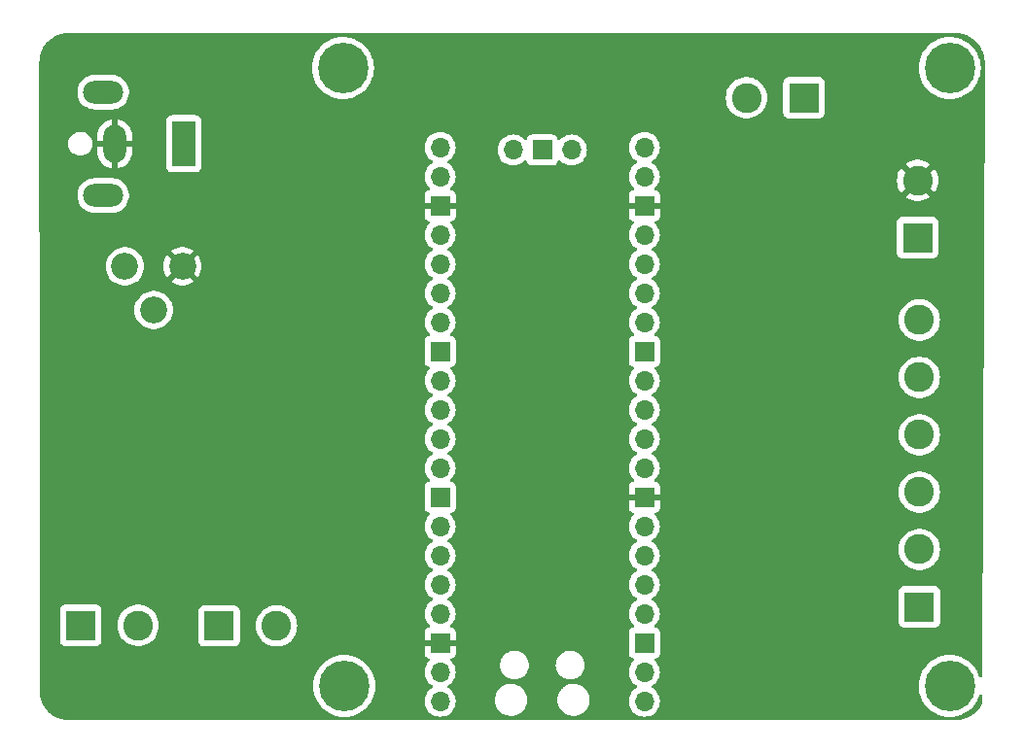
<source format=gbr>
%TF.GenerationSoftware,KiCad,Pcbnew,7.0.1-0*%
%TF.CreationDate,2024-01-28T22:02:15-07:00*%
%TF.ProjectId,biju_saturn_lamp,62696a75-5f73-4617-9475-726e5f6c616d,rev?*%
%TF.SameCoordinates,Original*%
%TF.FileFunction,Copper,L2,Bot*%
%TF.FilePolarity,Positive*%
%FSLAX46Y46*%
G04 Gerber Fmt 4.6, Leading zero omitted, Abs format (unit mm)*
G04 Created by KiCad (PCBNEW 7.0.1-0) date 2024-01-28 22:02:15*
%MOMM*%
%LPD*%
G01*
G04 APERTURE LIST*
%TA.AperFunction,ComponentPad*%
%ADD10C,4.400000*%
%TD*%
%TA.AperFunction,ComponentPad*%
%ADD11R,2.600000X2.600000*%
%TD*%
%TA.AperFunction,ComponentPad*%
%ADD12C,2.600000*%
%TD*%
%TA.AperFunction,ComponentPad*%
%ADD13R,2.000000X4.000000*%
%TD*%
%TA.AperFunction,ComponentPad*%
%ADD14O,2.000000X3.300000*%
%TD*%
%TA.AperFunction,ComponentPad*%
%ADD15O,3.500000X2.000000*%
%TD*%
%TA.AperFunction,ComponentPad*%
%ADD16C,2.340000*%
%TD*%
%TA.AperFunction,ComponentPad*%
%ADD17O,1.700000X1.700000*%
%TD*%
%TA.AperFunction,ComponentPad*%
%ADD18R,1.700000X1.700000*%
%TD*%
G04 APERTURE END LIST*
D10*
%TO.P,H2,1*%
%TO.N,N/C*%
X233172000Y-135636000D03*
%TD*%
%TO.P,H1,1*%
%TO.N,N/C*%
X233172000Y-81788000D03*
%TD*%
D11*
%TO.P,J3,1,Pin_1*%
%TO.N,VCC*%
X230378200Y-96581600D03*
D12*
%TO.P,J3,2,Pin_2*%
%TO.N,GND*%
X230378200Y-91581600D03*
%TD*%
D11*
%TO.P,J2,1,Pin_1*%
%TO.N,Net-(J2-Pin_1)*%
X230530400Y-128741200D03*
D12*
%TO.P,J2,2,Pin_2*%
%TO.N,Net-(J2-Pin_2)*%
X230530400Y-123741200D03*
%TO.P,J2,3,Pin_3*%
%TO.N,Net-(J2-Pin_3)*%
X230530400Y-118741200D03*
%TO.P,J2,4,Pin_4*%
%TO.N,Net-(J2-Pin_4)*%
X230530400Y-113741200D03*
%TO.P,J2,5,Pin_5*%
%TO.N,Net-(J2-Pin_5)*%
X230530400Y-108741200D03*
%TO.P,J2,6,Pin_6*%
%TO.N,Net-(J2-Pin_6)*%
X230530400Y-103741200D03*
%TD*%
D11*
%TO.P,J5,1,Pin_1*%
%TO.N,VCC*%
X220482800Y-84378600D03*
D12*
%TO.P,J5,2,Pin_2*%
%TO.N,Net-(J5-Pin_2)*%
X215482800Y-84378600D03*
%TD*%
D13*
%TO.P,J1,1*%
%TO.N,Net-(J5-Pin_2)*%
X166480000Y-88392000D03*
D14*
%TO.P,J1,2*%
%TO.N,GND*%
X160480000Y-88392000D03*
D15*
%TO.P,J1,MP*%
%TO.N,N/C*%
X159480000Y-83892000D03*
X159480000Y-92892000D03*
%TD*%
D11*
%TO.P,SW1,1,1*%
%TO.N,GPIO8*%
X169559600Y-130403800D03*
D12*
%TO.P,SW1,2,2*%
%TO.N,VCC*%
X174559600Y-130403800D03*
%TD*%
D16*
%TO.P,RV1,1,1*%
%TO.N,GND*%
X166366000Y-99070000D03*
%TO.P,RV1,2,2*%
%TO.N,Net-(C1-Pad1)*%
X163866000Y-102870000D03*
%TO.P,RV1,3,3*%
%TO.N,GPIO27*%
X161366000Y-99070000D03*
%TD*%
D10*
%TO.P,H4,1*%
%TO.N,N/C*%
X180467000Y-135636000D03*
%TD*%
D17*
%TO.P,U1,1,GPIO0*%
%TO.N,GPIO0*%
X206590200Y-136967200D03*
%TO.P,U1,2,GPIO1*%
%TO.N,GPIO1*%
X206590200Y-134427200D03*
D18*
%TO.P,U1,3,GND*%
%TO.N,unconnected-(U1-GND-Pad3)*%
X206590200Y-131887200D03*
D17*
%TO.P,U1,4,GPIO2*%
%TO.N,GPIO2*%
X206590200Y-129347200D03*
%TO.P,U1,5,GPIO3*%
%TO.N,unconnected-(U1-GPIO3-Pad5)*%
X206590200Y-126807200D03*
%TO.P,U1,6,GPIO4*%
%TO.N,unconnected-(U1-GPIO4-Pad6)*%
X206590200Y-124267200D03*
%TO.P,U1,7,GPIO5*%
%TO.N,unconnected-(U1-GPIO5-Pad7)*%
X206590200Y-121727200D03*
D18*
%TO.P,U1,8,GND*%
%TO.N,GND*%
X206590200Y-119187200D03*
D17*
%TO.P,U1,9,GPIO6*%
%TO.N,unconnected-(U1-GPIO6-Pad9)*%
X206590200Y-116647200D03*
%TO.P,U1,10,GPIO7*%
%TO.N,unconnected-(U1-GPIO7-Pad10)*%
X206590200Y-114107200D03*
%TO.P,U1,11,GPIO8*%
%TO.N,GPIO8*%
X206590200Y-111567200D03*
%TO.P,U1,12,GPIO9*%
%TO.N,unconnected-(U1-GPIO9-Pad12)*%
X206590200Y-109027200D03*
D18*
%TO.P,U1,13,GND*%
%TO.N,unconnected-(U1-GND-Pad13)*%
X206590200Y-106487200D03*
D17*
%TO.P,U1,14,GPIO10*%
%TO.N,unconnected-(U1-GPIO10-Pad14)*%
X206590200Y-103947200D03*
%TO.P,U1,15,GPIO11*%
%TO.N,unconnected-(U1-GPIO11-Pad15)*%
X206590200Y-101407200D03*
%TO.P,U1,16,GPIO12*%
%TO.N,unconnected-(U1-GPIO12-Pad16)*%
X206590200Y-98867200D03*
%TO.P,U1,17,GPIO13*%
%TO.N,unconnected-(U1-GPIO13-Pad17)*%
X206590200Y-96327200D03*
D18*
%TO.P,U1,18,GND*%
%TO.N,GND*%
X206590200Y-93787200D03*
D17*
%TO.P,U1,19,GPIO14*%
%TO.N,unconnected-(U1-GPIO14-Pad19)*%
X206590200Y-91247200D03*
%TO.P,U1,20,GPIO15*%
%TO.N,unconnected-(U1-GPIO15-Pad20)*%
X206590200Y-88707200D03*
%TO.P,U1,21,GPIO16*%
%TO.N,unconnected-(U1-GPIO16-Pad21)*%
X188810200Y-88707200D03*
%TO.P,U1,22,GPIO17*%
%TO.N,unconnected-(U1-GPIO17-Pad22)*%
X188810200Y-91247200D03*
D18*
%TO.P,U1,23,GND*%
%TO.N,GND*%
X188810200Y-93787200D03*
D17*
%TO.P,U1,24,GPIO18*%
%TO.N,unconnected-(U1-GPIO18-Pad24)*%
X188810200Y-96327200D03*
%TO.P,U1,25,GPIO19*%
%TO.N,unconnected-(U1-GPIO19-Pad25)*%
X188810200Y-98867200D03*
%TO.P,U1,26,GPIO20*%
%TO.N,unconnected-(U1-GPIO20-Pad26)*%
X188810200Y-101407200D03*
%TO.P,U1,27,GPIO21*%
%TO.N,unconnected-(U1-GPIO21-Pad27)*%
X188810200Y-103947200D03*
D18*
%TO.P,U1,28,GND*%
%TO.N,unconnected-(U1-GND-Pad28)*%
X188810200Y-106487200D03*
D17*
%TO.P,U1,29,GPIO22*%
%TO.N,unconnected-(U1-GPIO22-Pad29)*%
X188810200Y-109027200D03*
%TO.P,U1,30,RUN*%
%TO.N,unconnected-(U1-RUN-Pad30)*%
X188810200Y-111567200D03*
%TO.P,U1,31,GPIO26_ADC0*%
%TO.N,unconnected-(U1-GPIO26_ADC0-Pad31)*%
X188810200Y-114107200D03*
%TO.P,U1,32,GPIO27_ADC1*%
%TO.N,GPIO27*%
X188810200Y-116647200D03*
D18*
%TO.P,U1,33,AGND*%
%TO.N,unconnected-(U1-AGND-Pad33)*%
X188810200Y-119187200D03*
D17*
%TO.P,U1,34,GPIO28_ADC2*%
%TO.N,unconnected-(U1-GPIO28_ADC2-Pad34)*%
X188810200Y-121727200D03*
%TO.P,U1,35,ADC_VREF*%
%TO.N,unconnected-(U1-ADC_VREF-Pad35)*%
X188810200Y-124267200D03*
%TO.P,U1,36,3V3*%
%TO.N,3v3*%
X188810200Y-126807200D03*
%TO.P,U1,37,3V3_EN*%
%TO.N,3v3_EN*%
X188810200Y-129347200D03*
D18*
%TO.P,U1,38,GND*%
%TO.N,GND*%
X188810200Y-131887200D03*
D17*
%TO.P,U1,39,VSYS*%
%TO.N,VCC*%
X188810200Y-134427200D03*
%TO.P,U1,40,VBUS*%
%TO.N,unconnected-(U1-VBUS-Pad40)*%
X188810200Y-136967200D03*
%TO.P,U1,41,SWCLK*%
%TO.N,unconnected-(U1-SWCLK-Pad41)*%
X200240200Y-88937200D03*
D18*
%TO.P,U1,42,GND*%
%TO.N,unconnected-(U1-GND-Pad42)*%
X197700200Y-88937200D03*
D17*
%TO.P,U1,43,SWDIO*%
%TO.N,unconnected-(U1-SWDIO-Pad43)*%
X195160200Y-88937200D03*
%TD*%
D10*
%TO.P,H3,1*%
%TO.N,N/C*%
X180340000Y-81788000D03*
%TD*%
D11*
%TO.P,J4,1,Pin_1*%
%TO.N,Net-(J4-Pin_1)*%
X157520000Y-130353000D03*
D12*
%TO.P,J4,2,Pin_2*%
%TO.N,Net-(J4-Pin_2)*%
X162520000Y-130353000D03*
%TD*%
%TA.AperFunction,Conductor*%
%TO.N,GND*%
G36*
X232675497Y-78740304D02*
G01*
X232675808Y-78740388D01*
X232675808Y-78740305D01*
X232675831Y-78740305D01*
X232861487Y-78740811D01*
X233724424Y-78743169D01*
X233730957Y-78743361D01*
X233795916Y-78747009D01*
X233964348Y-78757199D01*
X233977593Y-78758720D01*
X234109683Y-78781163D01*
X234110981Y-78781393D01*
X234256210Y-78808007D01*
X234268153Y-78810814D01*
X234400788Y-78849025D01*
X234403279Y-78849773D01*
X234540146Y-78892423D01*
X234550682Y-78896237D01*
X234679736Y-78949693D01*
X234683063Y-78951130D01*
X234812306Y-79009298D01*
X234821369Y-79013832D01*
X234921498Y-79069172D01*
X234944331Y-79081791D01*
X234948500Y-79084202D01*
X235068988Y-79157040D01*
X235076592Y-79162027D01*
X235191525Y-79243575D01*
X235196223Y-79247078D01*
X235287606Y-79318672D01*
X235306752Y-79333672D01*
X235312906Y-79338823D01*
X235418133Y-79432859D01*
X235423187Y-79437638D01*
X235522360Y-79536811D01*
X235527139Y-79541865D01*
X235621175Y-79647092D01*
X235626326Y-79653246D01*
X235712904Y-79763754D01*
X235716423Y-79768473D01*
X235797971Y-79883406D01*
X235802958Y-79891010D01*
X235875796Y-80011498D01*
X235878207Y-80015667D01*
X235946164Y-80138626D01*
X235950710Y-80147713D01*
X235997257Y-80251136D01*
X236008832Y-80276853D01*
X236010317Y-80280291D01*
X236063756Y-80409303D01*
X236067580Y-80419866D01*
X236110214Y-80556684D01*
X236110983Y-80559246D01*
X236149180Y-80691831D01*
X236151995Y-80703807D01*
X236178578Y-80848865D01*
X236178857Y-80850446D01*
X236201275Y-80982385D01*
X236202801Y-80995670D01*
X236213003Y-81164349D01*
X236213034Y-81164880D01*
X236214580Y-81192399D01*
X236214774Y-81199872D01*
X235991104Y-134791393D01*
X235971418Y-134857919D01*
X235919077Y-134903458D01*
X235850467Y-134913754D01*
X235787065Y-134885583D01*
X235748720Y-134827765D01*
X235701629Y-134676645D01*
X235701628Y-134676644D01*
X235701627Y-134676639D01*
X235567545Y-134378721D01*
X235398530Y-134099137D01*
X235197048Y-133841964D01*
X234966036Y-133610952D01*
X234708863Y-133409470D01*
X234429279Y-133240455D01*
X234131361Y-133106373D01*
X234131359Y-133106372D01*
X234131354Y-133106370D01*
X233819458Y-133009180D01*
X233792108Y-133004168D01*
X233498104Y-132950290D01*
X233498103Y-132950289D01*
X233172000Y-132930563D01*
X232845895Y-132950290D01*
X232524541Y-133009180D01*
X232212645Y-133106370D01*
X231914720Y-133240455D01*
X231635136Y-133409470D01*
X231377961Y-133610954D01*
X231146954Y-133841961D01*
X230945470Y-134099136D01*
X230776455Y-134378720D01*
X230642370Y-134676645D01*
X230545180Y-134988541D01*
X230486290Y-135309895D01*
X230466563Y-135635999D01*
X230482544Y-135900171D01*
X230486290Y-135962104D01*
X230537256Y-136240221D01*
X230545180Y-136283458D01*
X230642370Y-136595354D01*
X230642372Y-136595359D01*
X230642373Y-136595361D01*
X230776455Y-136893279D01*
X230945470Y-137172863D01*
X231146952Y-137430036D01*
X231377964Y-137661048D01*
X231635137Y-137862530D01*
X231914721Y-138031545D01*
X232212639Y-138165627D01*
X232212644Y-138165628D01*
X232212645Y-138165629D01*
X232260779Y-138180628D01*
X232524547Y-138262821D01*
X232845896Y-138321710D01*
X233172000Y-138341436D01*
X233498104Y-138321710D01*
X233819453Y-138262821D01*
X234131361Y-138165627D01*
X234429279Y-138031545D01*
X234708863Y-137862530D01*
X234966036Y-137661048D01*
X235197048Y-137430036D01*
X235398530Y-137172863D01*
X235567545Y-136893279D01*
X235701627Y-136595361D01*
X235714632Y-136553624D01*
X235741570Y-136467180D01*
X235780074Y-136409228D01*
X235843727Y-136381136D01*
X235912490Y-136391749D01*
X235964713Y-136437724D01*
X235983954Y-136504588D01*
X235981397Y-137117017D01*
X235970473Y-137167391D01*
X235950985Y-137210691D01*
X235946437Y-137219782D01*
X235877572Y-137344380D01*
X235875161Y-137348548D01*
X235803333Y-137467362D01*
X235798346Y-137474967D01*
X235715807Y-137591292D01*
X235712288Y-137596010D01*
X235626803Y-137705122D01*
X235621651Y-137711276D01*
X235526548Y-137817693D01*
X235521770Y-137822747D01*
X235423814Y-137920701D01*
X235418761Y-137925479D01*
X235333447Y-138001720D01*
X235320081Y-138013665D01*
X235312337Y-138020585D01*
X235306182Y-138025737D01*
X235197057Y-138111229D01*
X235192339Y-138114747D01*
X235076034Y-138197268D01*
X235068429Y-138202255D01*
X234949590Y-138274095D01*
X234945421Y-138276506D01*
X234820853Y-138345351D01*
X234811763Y-138349899D01*
X234684591Y-138407133D01*
X234681154Y-138408618D01*
X234550183Y-138462868D01*
X234539620Y-138466692D01*
X234405494Y-138508487D01*
X234402931Y-138509256D01*
X234267686Y-138548219D01*
X234255710Y-138551034D01*
X234114817Y-138576853D01*
X234113237Y-138577132D01*
X233977169Y-138600251D01*
X233963884Y-138601777D01*
X233807009Y-138611265D01*
X233806477Y-138611296D01*
X233708911Y-138616776D01*
X233682592Y-138618254D01*
X233675653Y-138618449D01*
X156474535Y-138618449D01*
X156467580Y-138618254D01*
X156355882Y-138611979D01*
X156355347Y-138611948D01*
X156186718Y-138601744D01*
X156173436Y-138600218D01*
X156041456Y-138577792D01*
X156039874Y-138577512D01*
X155894869Y-138550936D01*
X155882895Y-138548121D01*
X155750307Y-138509922D01*
X155747743Y-138509154D01*
X155610919Y-138466516D01*
X155600357Y-138462691D01*
X155471363Y-138409258D01*
X155467925Y-138407773D01*
X155338771Y-138349644D01*
X155329682Y-138345097D01*
X155258790Y-138305916D01*
X155206712Y-138277133D01*
X155202562Y-138274733D01*
X155146930Y-138241102D01*
X155082054Y-138201883D01*
X155074488Y-138196921D01*
X154959507Y-138115337D01*
X154954837Y-138111854D01*
X154844919Y-138025737D01*
X154844304Y-138025255D01*
X154838161Y-138020113D01*
X154732919Y-137926063D01*
X154727882Y-137921300D01*
X154628698Y-137822116D01*
X154623938Y-137817082D01*
X154529880Y-137711832D01*
X154524743Y-137705694D01*
X154489762Y-137661045D01*
X154438135Y-137595148D01*
X154434672Y-137590506D01*
X154353069Y-137475498D01*
X154348125Y-137467958D01*
X154275245Y-137347402D01*
X154272885Y-137343320D01*
X154204894Y-137220302D01*
X154200354Y-137211227D01*
X154200113Y-137210691D01*
X154142215Y-137082050D01*
X154140740Y-137078635D01*
X154087302Y-136949628D01*
X154083487Y-136939094D01*
X154040822Y-136802181D01*
X154040076Y-136799691D01*
X154001877Y-136667103D01*
X153999064Y-136655139D01*
X153972446Y-136509902D01*
X153972239Y-136508730D01*
X153949778Y-136376548D01*
X153948256Y-136363298D01*
X153938033Y-136194343D01*
X153931743Y-136082367D01*
X153931549Y-136075525D01*
X153931380Y-135635999D01*
X177761563Y-135635999D01*
X177777544Y-135900171D01*
X177781290Y-135962104D01*
X177832256Y-136240221D01*
X177840180Y-136283458D01*
X177937370Y-136595354D01*
X177937372Y-136595359D01*
X177937373Y-136595361D01*
X178071455Y-136893279D01*
X178240470Y-137172863D01*
X178441952Y-137430036D01*
X178672964Y-137661048D01*
X178930137Y-137862530D01*
X179209721Y-138031545D01*
X179507639Y-138165627D01*
X179507644Y-138165628D01*
X179507645Y-138165629D01*
X179555779Y-138180628D01*
X179819547Y-138262821D01*
X180140896Y-138321710D01*
X180467000Y-138341436D01*
X180793104Y-138321710D01*
X181114453Y-138262821D01*
X181426361Y-138165627D01*
X181724279Y-138031545D01*
X182003863Y-137862530D01*
X182261036Y-137661048D01*
X182492048Y-137430036D01*
X182693530Y-137172863D01*
X182817859Y-136967199D01*
X187454540Y-136967199D01*
X187475136Y-137202607D01*
X187507980Y-137325181D01*
X187536297Y-137430863D01*
X187636165Y-137645030D01*
X187771705Y-137838601D01*
X187938799Y-138005695D01*
X188132370Y-138141235D01*
X188346537Y-138241103D01*
X188574792Y-138302263D01*
X188810200Y-138322859D01*
X189045608Y-138302263D01*
X189273863Y-138241103D01*
X189488030Y-138141235D01*
X189681601Y-138005695D01*
X189848695Y-137838601D01*
X189984235Y-137645030D01*
X190084103Y-137430863D01*
X190145263Y-137202608D01*
X190165859Y-136967200D01*
X190161526Y-136917680D01*
X190154485Y-136837198D01*
X193569899Y-136837198D01*
X193576950Y-136922297D01*
X193577261Y-136927271D01*
X193581020Y-137015732D01*
X193585292Y-137035556D01*
X193587651Y-137051437D01*
X193589065Y-137068501D01*
X193610861Y-137154571D01*
X193611869Y-137158876D01*
X193623830Y-137214371D01*
X193631246Y-137248781D01*
X193637533Y-137264426D01*
X193642679Y-137280217D01*
X193646043Y-137293501D01*
X193683075Y-137377927D01*
X193684577Y-137381501D01*
X193720136Y-137469990D01*
X193727179Y-137481429D01*
X193735145Y-137496631D01*
X193739276Y-137506049D01*
X193791566Y-137586086D01*
X193793347Y-137588893D01*
X193845131Y-137672996D01*
X193851739Y-137680503D01*
X193862468Y-137694609D01*
X193866221Y-137700353D01*
X193933317Y-137773240D01*
X193935130Y-137775254D01*
X193976929Y-137822747D01*
X194002637Y-137851956D01*
X194007761Y-137856094D01*
X194021086Y-137868582D01*
X194023416Y-137871113D01*
X194094037Y-137926079D01*
X194104262Y-137934037D01*
X194106000Y-137935415D01*
X194156515Y-137976204D01*
X194188120Y-138001723D01*
X194190885Y-138003267D01*
X194206559Y-138013658D01*
X194206574Y-138013670D01*
X194299707Y-138064070D01*
X194300985Y-138064773D01*
X194396246Y-138117990D01*
X194396251Y-138117991D01*
X194396452Y-138118104D01*
X194407784Y-138123135D01*
X194410692Y-138124133D01*
X194410697Y-138124136D01*
X194513990Y-138159596D01*
X194514896Y-138159912D01*
X194564131Y-138177307D01*
X194621029Y-138197411D01*
X194621032Y-138197411D01*
X194624000Y-138198460D01*
X194630217Y-138199497D01*
X194630219Y-138199498D01*
X194741397Y-138218049D01*
X194741728Y-138218106D01*
X194796228Y-138227451D01*
X194855999Y-138237700D01*
X194856000Y-138237700D01*
X194859151Y-138237700D01*
X195034697Y-138237700D01*
X195091247Y-138237700D01*
X195091249Y-138237700D01*
X195145210Y-138228694D01*
X195155105Y-138227451D01*
X195212741Y-138222546D01*
X195262141Y-138209682D01*
X195272960Y-138207377D01*
X195305888Y-138201883D01*
X195320182Y-138199498D01*
X195375146Y-138180628D01*
X195384149Y-138177914D01*
X195443449Y-138162475D01*
X195486842Y-138142859D01*
X195497643Y-138138574D01*
X195539703Y-138124136D01*
X195593822Y-138094847D01*
X195601730Y-138090926D01*
X195660686Y-138064277D01*
X195697308Y-138039524D01*
X195707715Y-138033211D01*
X195743826Y-138013670D01*
X195795077Y-137973778D01*
X195801789Y-137968906D01*
X195851344Y-137935415D01*
X195858202Y-137930780D01*
X195868093Y-137921300D01*
X195887660Y-137902545D01*
X195897264Y-137894244D01*
X195926984Y-137871113D01*
X195973281Y-137820819D01*
X195978690Y-137815300D01*
X196030318Y-137765821D01*
X196052550Y-137735759D01*
X196060997Y-137725533D01*
X196084179Y-137700353D01*
X196123438Y-137640260D01*
X196127512Y-137634403D01*
X196172079Y-137574147D01*
X196187363Y-137543830D01*
X196194279Y-137531832D01*
X196197904Y-137526282D01*
X196211124Y-137506049D01*
X196241323Y-137437200D01*
X196244127Y-137431245D01*
X196279407Y-137361274D01*
X196288350Y-137332068D01*
X196293358Y-137318574D01*
X196297223Y-137309763D01*
X196304357Y-137293500D01*
X196323653Y-137217299D01*
X196325288Y-137211455D01*
X196349215Y-137133326D01*
X196349214Y-137133326D01*
X196349216Y-137133323D01*
X196352661Y-137106415D01*
X196355447Y-137091748D01*
X196361334Y-137068505D01*
X196368103Y-136986800D01*
X196368684Y-136981295D01*
X196370489Y-136967199D01*
X196379498Y-136896854D01*
X196378491Y-136873160D01*
X196378802Y-136857681D01*
X196380500Y-136837200D01*
X196380500Y-136837198D01*
X199019899Y-136837198D01*
X199026950Y-136922297D01*
X199027261Y-136927271D01*
X199031020Y-137015732D01*
X199035292Y-137035556D01*
X199037651Y-137051437D01*
X199039065Y-137068501D01*
X199060861Y-137154571D01*
X199061869Y-137158876D01*
X199073830Y-137214371D01*
X199081246Y-137248781D01*
X199087533Y-137264426D01*
X199092679Y-137280217D01*
X199096043Y-137293501D01*
X199133075Y-137377927D01*
X199134577Y-137381501D01*
X199170136Y-137469990D01*
X199177179Y-137481429D01*
X199185145Y-137496631D01*
X199189276Y-137506049D01*
X199241566Y-137586086D01*
X199243347Y-137588893D01*
X199295131Y-137672996D01*
X199301739Y-137680503D01*
X199312468Y-137694609D01*
X199316221Y-137700353D01*
X199383317Y-137773240D01*
X199385130Y-137775254D01*
X199426929Y-137822747D01*
X199452637Y-137851956D01*
X199457761Y-137856094D01*
X199471086Y-137868582D01*
X199473416Y-137871113D01*
X199544037Y-137926079D01*
X199554262Y-137934037D01*
X199556000Y-137935415D01*
X199606515Y-137976204D01*
X199638120Y-138001723D01*
X199640885Y-138003267D01*
X199656559Y-138013658D01*
X199656574Y-138013670D01*
X199749707Y-138064070D01*
X199750985Y-138064773D01*
X199846246Y-138117990D01*
X199846251Y-138117991D01*
X199846452Y-138118104D01*
X199857784Y-138123135D01*
X199860692Y-138124133D01*
X199860697Y-138124136D01*
X199963990Y-138159596D01*
X199964896Y-138159912D01*
X200014131Y-138177307D01*
X200071029Y-138197411D01*
X200071032Y-138197411D01*
X200074000Y-138198460D01*
X200080217Y-138199497D01*
X200080219Y-138199498D01*
X200191397Y-138218049D01*
X200191728Y-138218106D01*
X200246228Y-138227451D01*
X200305999Y-138237700D01*
X200306000Y-138237700D01*
X200309151Y-138237700D01*
X200484697Y-138237700D01*
X200541247Y-138237700D01*
X200541249Y-138237700D01*
X200595210Y-138228694D01*
X200605105Y-138227451D01*
X200662741Y-138222546D01*
X200712141Y-138209682D01*
X200722960Y-138207377D01*
X200755888Y-138201883D01*
X200770182Y-138199498D01*
X200825146Y-138180628D01*
X200834149Y-138177914D01*
X200893449Y-138162475D01*
X200936842Y-138142859D01*
X200947643Y-138138574D01*
X200989703Y-138124136D01*
X201043822Y-138094847D01*
X201051730Y-138090926D01*
X201110686Y-138064277D01*
X201147308Y-138039524D01*
X201157715Y-138033211D01*
X201193826Y-138013670D01*
X201245077Y-137973778D01*
X201251789Y-137968906D01*
X201301344Y-137935415D01*
X201308202Y-137930780D01*
X201318093Y-137921300D01*
X201337660Y-137902545D01*
X201347264Y-137894244D01*
X201376984Y-137871113D01*
X201423281Y-137820819D01*
X201428690Y-137815300D01*
X201480318Y-137765821D01*
X201502550Y-137735759D01*
X201510997Y-137725533D01*
X201534179Y-137700353D01*
X201573438Y-137640260D01*
X201577512Y-137634403D01*
X201622079Y-137574147D01*
X201637363Y-137543830D01*
X201644279Y-137531832D01*
X201647904Y-137526282D01*
X201661124Y-137506049D01*
X201691323Y-137437200D01*
X201694127Y-137431245D01*
X201729407Y-137361274D01*
X201738350Y-137332068D01*
X201743358Y-137318574D01*
X201747223Y-137309763D01*
X201754357Y-137293500D01*
X201773653Y-137217299D01*
X201775288Y-137211455D01*
X201799215Y-137133326D01*
X201799214Y-137133326D01*
X201799216Y-137133323D01*
X201802661Y-137106415D01*
X201805447Y-137091748D01*
X201811334Y-137068505D01*
X201818103Y-136986800D01*
X201818684Y-136981295D01*
X201820489Y-136967199D01*
X205234540Y-136967199D01*
X205255136Y-137202607D01*
X205287980Y-137325181D01*
X205316297Y-137430863D01*
X205416165Y-137645030D01*
X205551705Y-137838601D01*
X205718799Y-138005695D01*
X205912370Y-138141235D01*
X206126537Y-138241103D01*
X206354792Y-138302263D01*
X206590200Y-138322859D01*
X206825608Y-138302263D01*
X207053863Y-138241103D01*
X207268030Y-138141235D01*
X207461601Y-138005695D01*
X207628695Y-137838601D01*
X207764235Y-137645030D01*
X207864103Y-137430863D01*
X207925263Y-137202608D01*
X207945859Y-136967200D01*
X207941526Y-136917680D01*
X207925263Y-136731792D01*
X207905670Y-136658669D01*
X207864103Y-136503537D01*
X207764235Y-136289371D01*
X207628695Y-136095799D01*
X207461601Y-135928705D01*
X207276039Y-135798773D01*
X207237174Y-135754455D01*
X207223164Y-135697199D01*
X207237175Y-135639942D01*
X207276037Y-135595628D01*
X207461601Y-135465695D01*
X207628695Y-135298601D01*
X207764235Y-135105030D01*
X207864103Y-134890863D01*
X207925263Y-134662608D01*
X207945859Y-134427200D01*
X207925263Y-134191792D01*
X207864103Y-133963537D01*
X207764235Y-133749371D01*
X207628695Y-133555799D01*
X207506769Y-133433873D01*
X207475473Y-133381127D01*
X207473284Y-133319834D01*
X207500737Y-133264989D01*
X207551116Y-133230010D01*
X207682531Y-133180996D01*
X207797746Y-133094746D01*
X207883996Y-132979531D01*
X207934291Y-132844683D01*
X207940700Y-132785073D01*
X207940699Y-130989328D01*
X207934291Y-130929717D01*
X207883996Y-130794869D01*
X207797746Y-130679654D01*
X207682531Y-130593404D01*
X207621098Y-130570491D01*
X207551116Y-130544389D01*
X207500737Y-130509409D01*
X207473284Y-130454565D01*
X207475473Y-130393272D01*
X207506766Y-130340529D01*
X207628695Y-130218601D01*
X207719394Y-130089069D01*
X228729900Y-130089069D01*
X228734806Y-130134699D01*
X228736309Y-130148683D01*
X228786604Y-130283531D01*
X228872854Y-130398746D01*
X228988069Y-130484996D01*
X229122917Y-130535291D01*
X229182527Y-130541700D01*
X231878272Y-130541699D01*
X231937883Y-130535291D01*
X232072731Y-130484996D01*
X232187946Y-130398746D01*
X232274196Y-130283531D01*
X232324491Y-130148683D01*
X232330900Y-130089073D01*
X232330899Y-127393328D01*
X232324491Y-127333717D01*
X232274196Y-127198869D01*
X232187946Y-127083654D01*
X232072731Y-126997404D01*
X231937883Y-126947109D01*
X231878273Y-126940700D01*
X231878269Y-126940700D01*
X229182530Y-126940700D01*
X229122915Y-126947109D01*
X228988069Y-126997404D01*
X228872854Y-127083654D01*
X228786604Y-127198868D01*
X228736309Y-127333716D01*
X228729900Y-127393330D01*
X228729900Y-130089069D01*
X207719394Y-130089069D01*
X207764235Y-130025030D01*
X207864103Y-129810863D01*
X207925263Y-129582608D01*
X207945859Y-129347200D01*
X207925263Y-129111792D01*
X207864103Y-128883537D01*
X207764235Y-128669371D01*
X207628695Y-128475799D01*
X207461601Y-128308705D01*
X207276039Y-128178773D01*
X207237176Y-128134457D01*
X207223165Y-128077200D01*
X207237176Y-128019943D01*
X207276039Y-127975626D01*
X207461601Y-127845695D01*
X207628695Y-127678601D01*
X207764235Y-127485030D01*
X207864103Y-127270863D01*
X207925263Y-127042608D01*
X207945859Y-126807200D01*
X207925263Y-126571792D01*
X207864103Y-126343537D01*
X207764235Y-126129371D01*
X207628695Y-125935799D01*
X207461601Y-125768705D01*
X207276039Y-125638773D01*
X207237176Y-125594457D01*
X207223165Y-125537200D01*
X207237176Y-125479943D01*
X207276039Y-125435626D01*
X207461601Y-125305695D01*
X207628695Y-125138601D01*
X207764235Y-124945030D01*
X207864103Y-124730863D01*
X207925263Y-124502608D01*
X207945859Y-124267200D01*
X207925263Y-124031792D01*
X207864103Y-123803537D01*
X207835034Y-123741199D01*
X228724850Y-123741199D01*
X228745016Y-124010300D01*
X228803652Y-124267199D01*
X228805066Y-124273395D01*
X228903657Y-124524598D01*
X229038585Y-124758302D01*
X229206839Y-124969285D01*
X229404659Y-125152835D01*
X229627626Y-125304851D01*
X229870759Y-125421938D01*
X230128628Y-125501480D01*
X230395471Y-125541700D01*
X230665329Y-125541700D01*
X230932172Y-125501480D01*
X231190041Y-125421938D01*
X231433175Y-125304851D01*
X231656141Y-125152835D01*
X231853961Y-124969285D01*
X232022215Y-124758302D01*
X232157143Y-124524598D01*
X232255734Y-124273395D01*
X232315783Y-124010303D01*
X232335949Y-123741200D01*
X232315783Y-123472097D01*
X232255734Y-123209005D01*
X232157143Y-122957802D01*
X232022215Y-122724098D01*
X231853961Y-122513115D01*
X231853960Y-122513114D01*
X231656143Y-122329566D01*
X231598605Y-122290337D01*
X231433175Y-122177549D01*
X231190041Y-122060462D01*
X231110498Y-122035926D01*
X230932171Y-121980919D01*
X230665329Y-121940700D01*
X230395471Y-121940700D01*
X230128628Y-121980919D01*
X229870759Y-122060462D01*
X229627628Y-122177547D01*
X229404657Y-122329566D01*
X229206839Y-122513115D01*
X229038584Y-122724099D01*
X228903657Y-122957801D01*
X228805066Y-123209004D01*
X228745016Y-123472099D01*
X228724850Y-123741199D01*
X207835034Y-123741199D01*
X207764235Y-123589371D01*
X207628695Y-123395799D01*
X207461601Y-123228705D01*
X207276039Y-123098773D01*
X207237175Y-123054457D01*
X207223164Y-122997200D01*
X207237175Y-122939943D01*
X207276039Y-122895626D01*
X207461601Y-122765695D01*
X207628695Y-122598601D01*
X207764235Y-122405030D01*
X207864103Y-122190863D01*
X207925263Y-121962608D01*
X207945859Y-121727200D01*
X207925263Y-121491792D01*
X207864103Y-121263537D01*
X207764235Y-121049371D01*
X207628695Y-120855799D01*
X207506380Y-120733484D01*
X207475085Y-120680739D01*
X207472896Y-120619446D01*
X207500349Y-120564601D01*
X207550728Y-120529622D01*
X207682289Y-120480552D01*
X207797388Y-120394388D01*
X207883552Y-120279289D01*
X207933797Y-120144575D01*
X207940200Y-120085024D01*
X207940200Y-119437200D01*
X205240200Y-119437200D01*
X205240200Y-120085024D01*
X205246602Y-120144575D01*
X205296847Y-120279289D01*
X205383011Y-120394388D01*
X205498111Y-120480552D01*
X205629671Y-120529622D01*
X205680050Y-120564601D01*
X205707503Y-120619446D01*
X205705314Y-120680739D01*
X205674019Y-120733485D01*
X205551703Y-120855801D01*
X205416165Y-121049370D01*
X205316297Y-121263536D01*
X205255136Y-121491792D01*
X205234540Y-121727200D01*
X205255136Y-121962607D01*
X205299909Y-122129701D01*
X205316297Y-122190863D01*
X205416165Y-122405030D01*
X205551705Y-122598601D01*
X205718799Y-122765695D01*
X205904360Y-122895626D01*
X205943224Y-122939943D01*
X205957235Y-122997200D01*
X205943224Y-123054457D01*
X205904359Y-123098775D01*
X205718795Y-123228708D01*
X205551705Y-123395798D01*
X205416165Y-123589370D01*
X205316297Y-123803536D01*
X205255136Y-124031792D01*
X205234540Y-124267199D01*
X205255136Y-124502607D01*
X205299909Y-124669701D01*
X205316297Y-124730863D01*
X205416165Y-124945030D01*
X205551705Y-125138601D01*
X205718799Y-125305695D01*
X205904360Y-125435626D01*
X205943224Y-125479943D01*
X205957235Y-125537200D01*
X205943224Y-125594457D01*
X205904359Y-125638775D01*
X205718795Y-125768708D01*
X205551705Y-125935798D01*
X205416165Y-126129370D01*
X205316297Y-126343536D01*
X205255136Y-126571792D01*
X205234540Y-126807199D01*
X205255136Y-127042607D01*
X205299909Y-127209701D01*
X205316297Y-127270863D01*
X205416165Y-127485030D01*
X205551705Y-127678601D01*
X205718799Y-127845695D01*
X205904360Y-127975626D01*
X205943224Y-128019943D01*
X205957235Y-128077200D01*
X205943224Y-128134457D01*
X205904359Y-128178775D01*
X205718795Y-128308708D01*
X205551705Y-128475798D01*
X205416165Y-128669370D01*
X205316297Y-128883536D01*
X205255136Y-129111792D01*
X205234540Y-129347200D01*
X205255136Y-129582607D01*
X205299909Y-129749702D01*
X205316297Y-129810863D01*
X205416165Y-130025030D01*
X205551705Y-130218601D01*
X205551708Y-130218604D01*
X205673630Y-130340526D01*
X205704926Y-130393272D01*
X205707115Y-130454565D01*
X205679662Y-130509409D01*
X205629283Y-130544389D01*
X205497869Y-130593404D01*
X205382654Y-130679654D01*
X205296404Y-130794868D01*
X205246109Y-130929716D01*
X205239700Y-130989330D01*
X205239700Y-132785069D01*
X205246109Y-132844684D01*
X205263100Y-132890239D01*
X205296404Y-132979531D01*
X205382654Y-133094746D01*
X205497869Y-133180996D01*
X205610107Y-133222858D01*
X205629282Y-133230010D01*
X205679662Y-133264989D01*
X205707115Y-133319834D01*
X205704926Y-133381126D01*
X205673631Y-133433873D01*
X205551703Y-133555801D01*
X205416165Y-133749370D01*
X205316297Y-133963536D01*
X205255136Y-134191792D01*
X205234540Y-134427200D01*
X205255136Y-134662607D01*
X205289070Y-134789249D01*
X205316297Y-134890863D01*
X205416165Y-135105030D01*
X205551705Y-135298601D01*
X205718799Y-135465695D01*
X205904360Y-135595626D01*
X205943224Y-135639943D01*
X205957235Y-135697200D01*
X205943224Y-135754457D01*
X205904360Y-135798774D01*
X205747547Y-135908576D01*
X205718795Y-135928708D01*
X205551705Y-136095798D01*
X205416165Y-136289370D01*
X205316297Y-136503536D01*
X205255136Y-136731792D01*
X205234540Y-136967199D01*
X201820489Y-136967199D01*
X201829498Y-136896854D01*
X201828491Y-136873160D01*
X201828802Y-136857681D01*
X201830500Y-136837200D01*
X201823448Y-136752102D01*
X201823138Y-136747144D01*
X201822486Y-136731792D01*
X201819380Y-136658668D01*
X201815107Y-136638842D01*
X201812747Y-136622956D01*
X201811334Y-136605895D01*
X201789528Y-136519789D01*
X201788536Y-136515554D01*
X201769154Y-136425619D01*
X201762865Y-136409970D01*
X201757721Y-136394189D01*
X201754357Y-136380900D01*
X201717302Y-136296424D01*
X201715821Y-136292896D01*
X201712028Y-136283458D01*
X201687180Y-136221620D01*
X201680266Y-136204414D01*
X201680264Y-136204410D01*
X201673216Y-136192964D01*
X201665251Y-136177761D01*
X201661124Y-136168351D01*
X201608828Y-136088306D01*
X201607079Y-136085550D01*
X201555269Y-136001405D01*
X201548654Y-135993889D01*
X201537930Y-135979788D01*
X201534180Y-135974049D01*
X201534179Y-135974047D01*
X201467076Y-135901153D01*
X201465268Y-135899144D01*
X201397764Y-135822445D01*
X201396453Y-135821386D01*
X201392639Y-135818306D01*
X201379315Y-135805819D01*
X201376985Y-135803288D01*
X201371185Y-135798774D01*
X201300324Y-135743621D01*
X201296136Y-135740361D01*
X201294399Y-135738983D01*
X201212282Y-135672677D01*
X201209515Y-135671132D01*
X201193837Y-135660738D01*
X201193826Y-135660729D01*
X201100752Y-135610361D01*
X201099409Y-135609623D01*
X201004154Y-135556410D01*
X201004147Y-135556407D01*
X201003953Y-135556299D01*
X200992601Y-135551259D01*
X200942144Y-135533937D01*
X200886452Y-135514817D01*
X200885433Y-135514463D01*
X200776402Y-135475939D01*
X200658972Y-135456344D01*
X200658426Y-135456251D01*
X200544402Y-135436700D01*
X200544400Y-135436700D01*
X200541249Y-135436700D01*
X200309151Y-135436700D01*
X200309149Y-135436700D01*
X200255191Y-135445703D01*
X200245302Y-135446947D01*
X200187660Y-135451853D01*
X200138277Y-135464711D01*
X200127449Y-135467019D01*
X200080223Y-135474901D01*
X200080221Y-135474901D01*
X200080219Y-135474902D01*
X200025256Y-135493770D01*
X200016252Y-135496484D01*
X199956948Y-135511925D01*
X199913561Y-135531537D01*
X199902754Y-135535824D01*
X199860696Y-135550263D01*
X199806595Y-135579541D01*
X199798660Y-135583476D01*
X199739709Y-135610125D01*
X199703082Y-135634879D01*
X199692670Y-135641194D01*
X199656573Y-135660729D01*
X199605324Y-135700617D01*
X199598602Y-135705496D01*
X199542199Y-135743618D01*
X199512749Y-135771843D01*
X199503119Y-135780167D01*
X199473416Y-135803287D01*
X199473414Y-135803288D01*
X199473414Y-135803289D01*
X199427126Y-135853569D01*
X199421700Y-135859105D01*
X199370083Y-135908576D01*
X199347859Y-135938626D01*
X199339396Y-135948870D01*
X199316223Y-135974043D01*
X199276982Y-136034105D01*
X199272871Y-136040015D01*
X199228319Y-136100254D01*
X199213026Y-136130584D01*
X199206117Y-136142571D01*
X199189277Y-136168347D01*
X199173457Y-136204414D01*
X199165910Y-136221620D01*
X199159087Y-136237174D01*
X199156254Y-136243187D01*
X199120992Y-136313125D01*
X199112047Y-136342331D01*
X199107042Y-136355820D01*
X199096044Y-136380895D01*
X199076752Y-136457071D01*
X199075112Y-136462936D01*
X199051183Y-136541075D01*
X199047738Y-136567975D01*
X199044950Y-136582655D01*
X199039065Y-136605897D01*
X199032297Y-136687577D01*
X199031717Y-136693086D01*
X199020901Y-136777548D01*
X199021907Y-136801225D01*
X199021596Y-136816720D01*
X199019899Y-136837198D01*
X196380500Y-136837198D01*
X196373448Y-136752102D01*
X196373138Y-136747144D01*
X196372486Y-136731792D01*
X196369380Y-136658668D01*
X196365107Y-136638842D01*
X196362747Y-136622956D01*
X196361334Y-136605895D01*
X196339528Y-136519789D01*
X196338536Y-136515554D01*
X196319154Y-136425619D01*
X196312865Y-136409970D01*
X196307721Y-136394189D01*
X196304357Y-136380900D01*
X196267302Y-136296424D01*
X196265821Y-136292896D01*
X196262028Y-136283458D01*
X196237180Y-136221620D01*
X196230266Y-136204414D01*
X196230264Y-136204410D01*
X196223216Y-136192964D01*
X196215251Y-136177761D01*
X196211124Y-136168351D01*
X196158828Y-136088306D01*
X196157079Y-136085550D01*
X196105269Y-136001405D01*
X196098654Y-135993889D01*
X196087930Y-135979788D01*
X196084180Y-135974049D01*
X196084179Y-135974047D01*
X196017076Y-135901153D01*
X196015268Y-135899144D01*
X195947764Y-135822445D01*
X195946453Y-135821386D01*
X195942639Y-135818306D01*
X195929315Y-135805819D01*
X195926985Y-135803288D01*
X195921185Y-135798774D01*
X195850324Y-135743621D01*
X195846136Y-135740361D01*
X195844399Y-135738983D01*
X195762282Y-135672677D01*
X195759515Y-135671132D01*
X195743837Y-135660738D01*
X195743826Y-135660729D01*
X195650752Y-135610361D01*
X195649409Y-135609623D01*
X195554154Y-135556410D01*
X195554147Y-135556407D01*
X195553953Y-135556299D01*
X195542601Y-135551259D01*
X195492144Y-135533937D01*
X195436452Y-135514817D01*
X195435433Y-135514463D01*
X195326402Y-135475939D01*
X195208972Y-135456344D01*
X195208426Y-135456251D01*
X195094402Y-135436700D01*
X195094400Y-135436700D01*
X195091249Y-135436700D01*
X194859151Y-135436700D01*
X194859149Y-135436700D01*
X194805191Y-135445703D01*
X194795302Y-135446947D01*
X194737660Y-135451853D01*
X194688277Y-135464711D01*
X194677449Y-135467019D01*
X194630223Y-135474901D01*
X194630221Y-135474901D01*
X194630219Y-135474902D01*
X194575256Y-135493770D01*
X194566252Y-135496484D01*
X194506948Y-135511925D01*
X194463561Y-135531537D01*
X194452754Y-135535824D01*
X194410696Y-135550263D01*
X194356595Y-135579541D01*
X194348660Y-135583476D01*
X194289709Y-135610125D01*
X194253082Y-135634879D01*
X194242670Y-135641194D01*
X194206573Y-135660729D01*
X194155324Y-135700617D01*
X194148602Y-135705496D01*
X194092199Y-135743618D01*
X194062749Y-135771843D01*
X194053119Y-135780167D01*
X194023416Y-135803287D01*
X194023414Y-135803288D01*
X194023414Y-135803289D01*
X193977126Y-135853569D01*
X193971700Y-135859105D01*
X193920083Y-135908576D01*
X193897859Y-135938626D01*
X193889396Y-135948870D01*
X193866223Y-135974043D01*
X193826982Y-136034105D01*
X193822871Y-136040015D01*
X193778319Y-136100254D01*
X193763026Y-136130584D01*
X193756117Y-136142571D01*
X193739277Y-136168347D01*
X193723457Y-136204414D01*
X193715910Y-136221620D01*
X193709087Y-136237174D01*
X193706254Y-136243187D01*
X193670992Y-136313125D01*
X193662047Y-136342331D01*
X193657042Y-136355820D01*
X193646044Y-136380895D01*
X193626752Y-136457071D01*
X193625112Y-136462936D01*
X193601183Y-136541075D01*
X193597738Y-136567975D01*
X193594950Y-136582655D01*
X193589065Y-136605897D01*
X193582297Y-136687577D01*
X193581717Y-136693086D01*
X193570901Y-136777548D01*
X193571907Y-136801225D01*
X193571596Y-136816720D01*
X193569899Y-136837198D01*
X190154485Y-136837198D01*
X190145263Y-136731792D01*
X190125670Y-136658669D01*
X190084103Y-136503537D01*
X189984235Y-136289371D01*
X189848695Y-136095799D01*
X189681601Y-135928705D01*
X189496039Y-135798773D01*
X189457174Y-135754455D01*
X189443164Y-135697199D01*
X189457175Y-135639942D01*
X189496037Y-135595628D01*
X189681601Y-135465695D01*
X189848695Y-135298601D01*
X189984235Y-135105030D01*
X190084103Y-134890863D01*
X190145263Y-134662608D01*
X190165859Y-134427200D01*
X190145263Y-134191792D01*
X190084103Y-133963537D01*
X190011201Y-133807200D01*
X194019923Y-133807200D01*
X194021532Y-133825600D01*
X194021878Y-133841953D01*
X194020909Y-133863528D01*
X194031644Y-133942776D01*
X194032294Y-133948613D01*
X194038992Y-134025176D01*
X194044661Y-134046332D01*
X194047764Y-134061778D01*
X194051125Y-134086590D01*
X194074773Y-134159370D01*
X194076616Y-134165593D01*
X194095623Y-134236527D01*
X194106335Y-134259498D01*
X194111883Y-134273583D01*
X194120681Y-134300660D01*
X194155328Y-134365047D01*
X194158514Y-134371399D01*
X194188096Y-134434837D01*
X194204606Y-134458415D01*
X194212223Y-134470775D01*
X194227348Y-134498881D01*
X194270788Y-134553353D01*
X194275414Y-134559540D01*
X194313603Y-134614078D01*
X194336386Y-134636861D01*
X194345652Y-134647229D01*
X194367693Y-134674867D01*
X194417587Y-134718459D01*
X194423684Y-134724159D01*
X194468323Y-134768798D01*
X194497530Y-134789249D01*
X194507993Y-134797444D01*
X194527785Y-134814735D01*
X194537204Y-134822965D01*
X194591140Y-134855190D01*
X194598635Y-134860043D01*
X194647561Y-134894302D01*
X194657690Y-134899025D01*
X194682999Y-134910828D01*
X194694191Y-134916760D01*
X194730436Y-134938415D01*
X194730439Y-134938416D01*
X194786039Y-134959283D01*
X194794869Y-134962992D01*
X194839203Y-134983666D01*
X194845870Y-134986775D01*
X194886957Y-134997784D01*
X194898435Y-135001466D01*
X194910103Y-135005845D01*
X194941176Y-135017507D01*
X194996224Y-135027496D01*
X195006170Y-135029727D01*
X195057223Y-135043407D01*
X195101333Y-135047265D01*
X195103014Y-135047413D01*
X195114348Y-135048933D01*
X195162653Y-135057700D01*
X195215185Y-135057700D01*
X195225991Y-135058171D01*
X195275200Y-135062477D01*
X195324408Y-135058171D01*
X195327711Y-135058027D01*
X195331345Y-135057700D01*
X195331355Y-135057700D01*
X195385372Y-135052838D01*
X195385380Y-135052927D01*
X195385679Y-135052811D01*
X195493177Y-135043407D01*
X195493177Y-135043406D01*
X195497863Y-135042997D01*
X195499383Y-135042577D01*
X195499388Y-135042577D01*
X195602926Y-135014000D01*
X195603613Y-135013814D01*
X195649700Y-135001466D01*
X195709577Y-134985423D01*
X195714348Y-134983666D01*
X195716366Y-134982694D01*
X195716370Y-134982693D01*
X195810151Y-134937529D01*
X195811207Y-134937030D01*
X195902839Y-134894302D01*
X195902845Y-134894297D01*
X195904592Y-134893483D01*
X195918355Y-134885422D01*
X195919173Y-134885029D01*
X196000524Y-134825922D01*
X196002243Y-134824697D01*
X196082071Y-134768803D01*
X196082073Y-134768800D01*
X196082077Y-134768798D01*
X196082948Y-134767926D01*
X196097743Y-134755289D01*
X196101278Y-134752722D01*
X196168437Y-134682477D01*
X196170297Y-134680577D01*
X196236793Y-134614082D01*
X196236793Y-134614081D01*
X196236798Y-134614077D01*
X196239485Y-134610239D01*
X196251432Y-134595671D01*
X196256832Y-134590025D01*
X196308488Y-134511766D01*
X196310282Y-134509129D01*
X196362302Y-134434839D01*
X196365739Y-134427467D01*
X196374634Y-134411562D01*
X196374785Y-134411332D01*
X196380835Y-134402168D01*
X196416314Y-134319158D01*
X196417913Y-134315577D01*
X196454775Y-134236530D01*
X196457772Y-134225343D01*
X196463524Y-134208708D01*
X196469302Y-134195190D01*
X196469301Y-134195190D01*
X196469303Y-134195188D01*
X196488634Y-134110491D01*
X196489733Y-134106063D01*
X196494952Y-134086587D01*
X196511407Y-134025177D01*
X196512716Y-134010205D01*
X196515353Y-133993427D01*
X196519391Y-133975737D01*
X196523134Y-133892383D01*
X196523474Y-133887239D01*
X196530477Y-133807200D01*
X198869923Y-133807200D01*
X198871532Y-133825600D01*
X198871878Y-133841953D01*
X198870909Y-133863528D01*
X198881644Y-133942776D01*
X198882294Y-133948613D01*
X198888992Y-134025176D01*
X198894661Y-134046332D01*
X198897764Y-134061778D01*
X198901125Y-134086590D01*
X198924773Y-134159370D01*
X198926616Y-134165593D01*
X198945623Y-134236527D01*
X198956335Y-134259498D01*
X198961883Y-134273583D01*
X198970681Y-134300660D01*
X199005328Y-134365047D01*
X199008514Y-134371399D01*
X199038096Y-134434837D01*
X199054606Y-134458415D01*
X199062223Y-134470775D01*
X199077348Y-134498881D01*
X199120788Y-134553353D01*
X199125414Y-134559540D01*
X199163603Y-134614078D01*
X199186386Y-134636861D01*
X199195652Y-134647229D01*
X199217693Y-134674867D01*
X199267587Y-134718459D01*
X199273684Y-134724159D01*
X199318323Y-134768798D01*
X199347530Y-134789249D01*
X199357993Y-134797444D01*
X199377785Y-134814735D01*
X199387204Y-134822965D01*
X199441140Y-134855190D01*
X199448635Y-134860043D01*
X199497561Y-134894302D01*
X199507690Y-134899025D01*
X199532999Y-134910828D01*
X199544191Y-134916760D01*
X199580436Y-134938415D01*
X199580439Y-134938416D01*
X199636039Y-134959283D01*
X199644869Y-134962992D01*
X199689203Y-134983666D01*
X199695870Y-134986775D01*
X199736957Y-134997784D01*
X199748435Y-135001466D01*
X199760103Y-135005845D01*
X199791176Y-135017507D01*
X199846224Y-135027496D01*
X199856170Y-135029727D01*
X199907223Y-135043407D01*
X199951333Y-135047265D01*
X199953014Y-135047413D01*
X199964348Y-135048933D01*
X200012653Y-135057700D01*
X200065185Y-135057700D01*
X200075991Y-135058171D01*
X200125200Y-135062477D01*
X200174408Y-135058171D01*
X200177711Y-135058027D01*
X200181345Y-135057700D01*
X200181355Y-135057700D01*
X200235372Y-135052838D01*
X200235380Y-135052927D01*
X200235679Y-135052811D01*
X200343177Y-135043407D01*
X200343177Y-135043406D01*
X200347863Y-135042997D01*
X200349383Y-135042577D01*
X200349388Y-135042577D01*
X200452926Y-135014000D01*
X200453613Y-135013814D01*
X200499700Y-135001466D01*
X200559577Y-134985423D01*
X200564348Y-134983666D01*
X200566366Y-134982694D01*
X200566370Y-134982693D01*
X200660151Y-134937529D01*
X200661207Y-134937030D01*
X200752839Y-134894302D01*
X200752845Y-134894297D01*
X200754592Y-134893483D01*
X200768355Y-134885422D01*
X200769173Y-134885029D01*
X200850524Y-134825922D01*
X200852243Y-134824697D01*
X200932071Y-134768803D01*
X200932073Y-134768800D01*
X200932077Y-134768798D01*
X200932948Y-134767926D01*
X200947743Y-134755289D01*
X200951278Y-134752722D01*
X201018437Y-134682477D01*
X201020297Y-134680577D01*
X201086793Y-134614082D01*
X201086793Y-134614081D01*
X201086798Y-134614077D01*
X201089485Y-134610239D01*
X201101432Y-134595671D01*
X201106832Y-134590025D01*
X201158488Y-134511766D01*
X201160282Y-134509129D01*
X201212302Y-134434839D01*
X201215739Y-134427467D01*
X201224634Y-134411562D01*
X201224785Y-134411332D01*
X201230835Y-134402168D01*
X201266314Y-134319158D01*
X201267913Y-134315577D01*
X201304775Y-134236530D01*
X201307772Y-134225343D01*
X201313524Y-134208708D01*
X201319302Y-134195190D01*
X201319301Y-134195190D01*
X201319303Y-134195188D01*
X201338634Y-134110491D01*
X201339733Y-134106063D01*
X201344952Y-134086587D01*
X201361407Y-134025177D01*
X201362716Y-134010205D01*
X201365353Y-133993427D01*
X201369391Y-133975737D01*
X201373134Y-133892383D01*
X201373474Y-133887239D01*
X201380477Y-133807200D01*
X201378867Y-133788808D01*
X201378521Y-133772438D01*
X201379490Y-133750870D01*
X201368749Y-133671585D01*
X201368105Y-133665796D01*
X201362717Y-133604193D01*
X201361408Y-133589227D01*
X201361406Y-133589220D01*
X201355736Y-133568060D01*
X201352634Y-133552614D01*
X201349275Y-133527814D01*
X201341491Y-133503859D01*
X201325621Y-133455016D01*
X201323778Y-133448792D01*
X201307678Y-133388705D01*
X201304775Y-133377870D01*
X201294065Y-133354904D01*
X201288517Y-133340819D01*
X201279717Y-133313735D01*
X201245069Y-133249348D01*
X201241881Y-133242994D01*
X201212302Y-133179562D01*
X201212301Y-133179561D01*
X201195791Y-133155982D01*
X201188175Y-133143623D01*
X201173052Y-133115519D01*
X201129604Y-133061037D01*
X201124985Y-133054861D01*
X201086798Y-133000323D01*
X201064004Y-132977529D01*
X201054746Y-132967169D01*
X201032708Y-132939534D01*
X201026167Y-132933819D01*
X200982811Y-132895939D01*
X200976714Y-132890239D01*
X200932078Y-132845602D01*
X200902864Y-132825147D01*
X200892410Y-132816959D01*
X200863196Y-132791435D01*
X200860356Y-132789738D01*
X200809273Y-132759217D01*
X200801750Y-132754345D01*
X200752840Y-132720098D01*
X200731243Y-132710027D01*
X200717401Y-132703572D01*
X200706214Y-132697642D01*
X200669964Y-132675984D01*
X200614371Y-132655121D01*
X200605549Y-132651416D01*
X200554530Y-132627625D01*
X200554528Y-132627624D01*
X200526775Y-132620187D01*
X200513428Y-132616611D01*
X200501962Y-132612932D01*
X200459224Y-132596893D01*
X200415836Y-132589018D01*
X200404164Y-132586900D01*
X200394218Y-132584668D01*
X200343180Y-132570993D01*
X200297375Y-132566985D01*
X200286046Y-132565464D01*
X200237750Y-132556700D01*
X200237747Y-132556700D01*
X200185215Y-132556700D01*
X200174408Y-132556228D01*
X200170988Y-132555928D01*
X200125200Y-132551922D01*
X200079411Y-132555928D01*
X200075991Y-132556228D01*
X200072681Y-132556372D01*
X200015116Y-132561552D01*
X200014812Y-132561579D01*
X199902532Y-132571403D01*
X199797722Y-132600329D01*
X199796827Y-132600573D01*
X199690860Y-132628967D01*
X199686009Y-132630753D01*
X199590446Y-132676773D01*
X199589053Y-132677433D01*
X199495834Y-132720903D01*
X199482075Y-132728962D01*
X199481230Y-132729369D01*
X199399862Y-132788484D01*
X199398104Y-132789738D01*
X199318318Y-132845605D01*
X199317435Y-132846489D01*
X199302667Y-132859101D01*
X199299123Y-132861676D01*
X199232046Y-132931832D01*
X199230103Y-132933819D01*
X199163601Y-133000322D01*
X199160908Y-133004168D01*
X199148976Y-133018717D01*
X199143570Y-133024372D01*
X199091975Y-133102533D01*
X199090066Y-133105341D01*
X199038097Y-133179563D01*
X199034660Y-133186934D01*
X199025771Y-133202829D01*
X199019564Y-133212232D01*
X198984093Y-133295221D01*
X198982460Y-133298876D01*
X198975531Y-133313736D01*
X198945623Y-133377873D01*
X198942626Y-133389056D01*
X198936880Y-133405678D01*
X198931097Y-133419209D01*
X198911776Y-133503859D01*
X198910660Y-133508357D01*
X198888993Y-133589220D01*
X198887683Y-133604193D01*
X198885047Y-133620967D01*
X198881009Y-133638660D01*
X198877266Y-133721977D01*
X198876919Y-133727216D01*
X198871531Y-133788813D01*
X198869923Y-133807200D01*
X196530477Y-133807200D01*
X196528867Y-133788808D01*
X196528521Y-133772438D01*
X196529490Y-133750870D01*
X196518749Y-133671585D01*
X196518105Y-133665796D01*
X196512717Y-133604193D01*
X196511408Y-133589227D01*
X196511406Y-133589220D01*
X196505736Y-133568060D01*
X196502634Y-133552614D01*
X196499275Y-133527814D01*
X196491491Y-133503859D01*
X196475621Y-133455016D01*
X196473778Y-133448792D01*
X196457678Y-133388705D01*
X196454775Y-133377870D01*
X196444065Y-133354904D01*
X196438517Y-133340819D01*
X196429717Y-133313735D01*
X196395069Y-133249348D01*
X196391881Y-133242994D01*
X196362302Y-133179562D01*
X196362301Y-133179561D01*
X196345791Y-133155982D01*
X196338175Y-133143623D01*
X196323052Y-133115519D01*
X196279604Y-133061037D01*
X196274985Y-133054861D01*
X196236798Y-133000323D01*
X196214004Y-132977529D01*
X196204746Y-132967169D01*
X196182708Y-132939534D01*
X196176167Y-132933819D01*
X196132811Y-132895939D01*
X196126714Y-132890239D01*
X196082078Y-132845602D01*
X196052864Y-132825147D01*
X196042410Y-132816959D01*
X196013196Y-132791435D01*
X196010356Y-132789738D01*
X195959273Y-132759217D01*
X195951750Y-132754345D01*
X195902840Y-132720098D01*
X195881243Y-132710027D01*
X195867401Y-132703572D01*
X195856214Y-132697642D01*
X195819964Y-132675984D01*
X195764371Y-132655121D01*
X195755549Y-132651416D01*
X195704530Y-132627625D01*
X195704528Y-132627624D01*
X195676775Y-132620187D01*
X195663428Y-132616611D01*
X195651962Y-132612932D01*
X195609224Y-132596893D01*
X195565836Y-132589018D01*
X195554164Y-132586900D01*
X195544218Y-132584668D01*
X195493180Y-132570993D01*
X195447375Y-132566985D01*
X195436046Y-132565464D01*
X195387750Y-132556700D01*
X195387747Y-132556700D01*
X195335215Y-132556700D01*
X195324408Y-132556228D01*
X195320988Y-132555928D01*
X195275200Y-132551922D01*
X195229411Y-132555928D01*
X195225991Y-132556228D01*
X195222681Y-132556372D01*
X195165116Y-132561552D01*
X195164812Y-132561579D01*
X195052532Y-132571403D01*
X194947722Y-132600329D01*
X194946827Y-132600573D01*
X194840860Y-132628967D01*
X194836009Y-132630753D01*
X194740446Y-132676773D01*
X194739053Y-132677433D01*
X194645834Y-132720903D01*
X194632075Y-132728962D01*
X194631230Y-132729369D01*
X194549862Y-132788484D01*
X194548104Y-132789738D01*
X194468318Y-132845605D01*
X194467435Y-132846489D01*
X194452667Y-132859101D01*
X194449123Y-132861676D01*
X194382046Y-132931832D01*
X194380103Y-132933819D01*
X194313601Y-133000322D01*
X194310908Y-133004168D01*
X194298976Y-133018717D01*
X194293570Y-133024372D01*
X194241975Y-133102533D01*
X194240066Y-133105341D01*
X194188097Y-133179563D01*
X194184660Y-133186934D01*
X194175771Y-133202829D01*
X194169564Y-133212232D01*
X194134093Y-133295221D01*
X194132460Y-133298876D01*
X194125531Y-133313736D01*
X194095623Y-133377873D01*
X194092626Y-133389056D01*
X194086880Y-133405678D01*
X194081097Y-133419209D01*
X194061776Y-133503859D01*
X194060660Y-133508357D01*
X194038993Y-133589220D01*
X194037683Y-133604193D01*
X194035047Y-133620967D01*
X194031009Y-133638660D01*
X194027266Y-133721977D01*
X194026919Y-133727216D01*
X194021531Y-133788813D01*
X194019923Y-133807200D01*
X190011201Y-133807200D01*
X189984235Y-133749371D01*
X189848695Y-133555799D01*
X189726381Y-133433485D01*
X189695085Y-133380739D01*
X189692896Y-133319446D01*
X189720349Y-133264601D01*
X189770728Y-133229622D01*
X189902289Y-133180552D01*
X190017388Y-133094388D01*
X190103552Y-132979289D01*
X190153797Y-132844575D01*
X190160200Y-132785024D01*
X190160200Y-132137200D01*
X187460200Y-132137200D01*
X187460200Y-132785024D01*
X187466602Y-132844575D01*
X187516847Y-132979289D01*
X187603011Y-133094388D01*
X187718111Y-133180552D01*
X187849671Y-133229622D01*
X187900050Y-133264601D01*
X187927503Y-133319446D01*
X187925314Y-133380739D01*
X187894019Y-133433485D01*
X187771703Y-133555801D01*
X187636165Y-133749370D01*
X187536297Y-133963536D01*
X187475136Y-134191792D01*
X187454540Y-134427200D01*
X187475136Y-134662607D01*
X187509070Y-134789249D01*
X187536297Y-134890863D01*
X187636165Y-135105030D01*
X187771705Y-135298601D01*
X187938799Y-135465695D01*
X188124360Y-135595626D01*
X188163224Y-135639943D01*
X188177235Y-135697200D01*
X188163224Y-135754457D01*
X188124360Y-135798774D01*
X187967547Y-135908576D01*
X187938795Y-135928708D01*
X187771705Y-136095798D01*
X187636165Y-136289370D01*
X187536297Y-136503536D01*
X187475136Y-136731792D01*
X187454540Y-136967199D01*
X182817859Y-136967199D01*
X182862545Y-136893279D01*
X182996627Y-136595361D01*
X183093821Y-136283453D01*
X183152710Y-135962104D01*
X183172436Y-135636000D01*
X183152710Y-135309896D01*
X183093821Y-134988547D01*
X182996627Y-134676639D01*
X182862545Y-134378721D01*
X182693530Y-134099137D01*
X182492048Y-133841964D01*
X182261036Y-133610952D01*
X182003863Y-133409470D01*
X181724279Y-133240455D01*
X181426361Y-133106373D01*
X181426359Y-133106372D01*
X181426354Y-133106370D01*
X181114458Y-133009180D01*
X181087108Y-133004168D01*
X180793104Y-132950290D01*
X180793103Y-132950289D01*
X180467000Y-132930563D01*
X180140895Y-132950290D01*
X179819541Y-133009180D01*
X179507645Y-133106370D01*
X179209720Y-133240455D01*
X178930136Y-133409470D01*
X178672961Y-133610954D01*
X178441954Y-133841961D01*
X178240470Y-134099136D01*
X178071455Y-134378720D01*
X177937370Y-134676645D01*
X177840180Y-134988541D01*
X177781290Y-135309895D01*
X177761563Y-135635999D01*
X153931380Y-135635999D01*
X153929869Y-131700869D01*
X155719500Y-131700869D01*
X155725909Y-131760484D01*
X155746404Y-131815433D01*
X155776204Y-131895331D01*
X155862454Y-132010546D01*
X155977669Y-132096796D01*
X156112517Y-132147091D01*
X156172127Y-132153500D01*
X158867872Y-132153499D01*
X158927483Y-132147091D01*
X159062331Y-132096796D01*
X159177546Y-132010546D01*
X159263796Y-131895331D01*
X159314091Y-131760483D01*
X159320500Y-131700873D01*
X159320499Y-130353000D01*
X160714450Y-130353000D01*
X160734616Y-130622100D01*
X160747834Y-130680011D01*
X160794666Y-130885195D01*
X160893257Y-131136398D01*
X161028185Y-131370102D01*
X161196439Y-131581085D01*
X161394259Y-131764635D01*
X161617226Y-131916651D01*
X161860359Y-132033738D01*
X162118228Y-132113280D01*
X162385071Y-132153500D01*
X162654929Y-132153500D01*
X162921772Y-132113280D01*
X163179641Y-132033738D01*
X163422775Y-131916651D01*
X163645741Y-131764635D01*
X163659715Y-131751669D01*
X167759100Y-131751669D01*
X167765509Y-131811284D01*
X167790656Y-131878707D01*
X167815804Y-131946131D01*
X167902054Y-132061346D01*
X168017269Y-132147596D01*
X168152117Y-132197891D01*
X168211727Y-132204300D01*
X170907472Y-132204299D01*
X170967083Y-132197891D01*
X171101931Y-132147596D01*
X171217146Y-132061346D01*
X171303396Y-131946131D01*
X171353691Y-131811283D01*
X171360100Y-131751673D01*
X171360099Y-130403799D01*
X172754050Y-130403799D01*
X172774216Y-130672900D01*
X172774217Y-130672903D01*
X172834266Y-130935995D01*
X172932857Y-131187198D01*
X173067785Y-131420902D01*
X173236039Y-131631885D01*
X173433859Y-131815435D01*
X173656826Y-131967451D01*
X173899959Y-132084538D01*
X174157828Y-132164080D01*
X174424671Y-132204300D01*
X174694529Y-132204300D01*
X174961372Y-132164080D01*
X175219241Y-132084538D01*
X175462375Y-131967451D01*
X175685341Y-131815435D01*
X175883161Y-131631885D01*
X176051415Y-131420902D01*
X176186343Y-131187198D01*
X176284934Y-130935995D01*
X176344983Y-130672903D01*
X176365149Y-130403800D01*
X176344983Y-130134697D01*
X176284934Y-129871605D01*
X176186343Y-129620402D01*
X176051415Y-129386698D01*
X176019916Y-129347200D01*
X187454540Y-129347200D01*
X187475136Y-129582607D01*
X187519909Y-129749702D01*
X187536297Y-129810863D01*
X187636165Y-130025030D01*
X187771705Y-130218601D01*
X187771708Y-130218604D01*
X187894018Y-130340914D01*
X187925314Y-130393660D01*
X187927503Y-130454953D01*
X187900050Y-130509797D01*
X187849672Y-130544776D01*
X187718113Y-130593846D01*
X187603011Y-130680011D01*
X187516847Y-130795110D01*
X187466602Y-130929824D01*
X187460200Y-130989376D01*
X187460200Y-131637200D01*
X190160200Y-131637200D01*
X190160200Y-130989376D01*
X190153797Y-130929824D01*
X190103552Y-130795110D01*
X190017388Y-130680011D01*
X189902288Y-130593847D01*
X189770728Y-130544777D01*
X189720349Y-130509797D01*
X189692896Y-130454952D01*
X189695085Y-130393660D01*
X189726378Y-130340917D01*
X189848695Y-130218601D01*
X189984235Y-130025030D01*
X190084103Y-129810863D01*
X190145263Y-129582608D01*
X190165859Y-129347200D01*
X190145263Y-129111792D01*
X190084103Y-128883537D01*
X189984235Y-128669371D01*
X189848695Y-128475799D01*
X189681601Y-128308705D01*
X189496039Y-128178773D01*
X189457176Y-128134457D01*
X189443165Y-128077200D01*
X189457176Y-128019943D01*
X189496039Y-127975626D01*
X189681601Y-127845695D01*
X189848695Y-127678601D01*
X189984235Y-127485030D01*
X190084103Y-127270863D01*
X190145263Y-127042608D01*
X190165859Y-126807200D01*
X190145263Y-126571792D01*
X190084103Y-126343537D01*
X189984235Y-126129371D01*
X189848695Y-125935799D01*
X189681601Y-125768705D01*
X189496039Y-125638773D01*
X189457176Y-125594457D01*
X189443165Y-125537200D01*
X189457176Y-125479943D01*
X189496039Y-125435626D01*
X189681601Y-125305695D01*
X189848695Y-125138601D01*
X189984235Y-124945030D01*
X190084103Y-124730863D01*
X190145263Y-124502608D01*
X190165859Y-124267200D01*
X190145263Y-124031792D01*
X190084103Y-123803537D01*
X189984235Y-123589371D01*
X189848695Y-123395799D01*
X189681601Y-123228705D01*
X189496039Y-123098773D01*
X189457175Y-123054457D01*
X189443164Y-122997200D01*
X189457175Y-122939943D01*
X189496039Y-122895626D01*
X189681601Y-122765695D01*
X189848695Y-122598601D01*
X189984235Y-122405030D01*
X190084103Y-122190863D01*
X190145263Y-121962608D01*
X190165859Y-121727200D01*
X190145263Y-121491792D01*
X190084103Y-121263537D01*
X189984235Y-121049371D01*
X189848695Y-120855799D01*
X189726769Y-120733873D01*
X189695473Y-120681127D01*
X189693284Y-120619834D01*
X189720737Y-120564989D01*
X189771116Y-120530010D01*
X189902531Y-120480996D01*
X190017746Y-120394746D01*
X190103996Y-120279531D01*
X190154291Y-120144683D01*
X190160700Y-120085073D01*
X190160699Y-118289328D01*
X190154291Y-118229717D01*
X190103996Y-118094869D01*
X190017746Y-117979654D01*
X189902531Y-117893404D01*
X189841098Y-117870491D01*
X189771116Y-117844389D01*
X189720737Y-117809409D01*
X189693284Y-117754565D01*
X189695473Y-117693272D01*
X189726766Y-117640529D01*
X189848695Y-117518601D01*
X189984235Y-117325030D01*
X190084103Y-117110863D01*
X190145263Y-116882608D01*
X190165859Y-116647200D01*
X205234540Y-116647200D01*
X205255136Y-116882607D01*
X205281479Y-116980919D01*
X205316297Y-117110863D01*
X205416165Y-117325030D01*
X205551705Y-117518601D01*
X205551708Y-117518603D01*
X205551708Y-117518604D01*
X205674018Y-117640914D01*
X205705314Y-117693660D01*
X205707503Y-117754953D01*
X205680050Y-117809797D01*
X205629672Y-117844776D01*
X205498113Y-117893846D01*
X205383011Y-117980011D01*
X205296847Y-118095110D01*
X205246602Y-118229824D01*
X205240200Y-118289376D01*
X205240200Y-118937200D01*
X207940200Y-118937200D01*
X207940200Y-118741199D01*
X228724850Y-118741199D01*
X228745016Y-119010300D01*
X228745017Y-119010303D01*
X228805066Y-119273395D01*
X228903657Y-119524598D01*
X229038585Y-119758302D01*
X229206839Y-119969285D01*
X229404659Y-120152835D01*
X229627626Y-120304851D01*
X229870759Y-120421938D01*
X230128628Y-120501480D01*
X230395471Y-120541700D01*
X230665329Y-120541700D01*
X230932172Y-120501480D01*
X231190041Y-120421938D01*
X231433175Y-120304851D01*
X231656141Y-120152835D01*
X231853961Y-119969285D01*
X232022215Y-119758302D01*
X232157143Y-119524598D01*
X232255734Y-119273395D01*
X232315783Y-119010303D01*
X232335949Y-118741200D01*
X232315783Y-118472097D01*
X232255734Y-118209005D01*
X232157143Y-117957802D01*
X232022215Y-117724098D01*
X231853961Y-117513115D01*
X231853960Y-117513114D01*
X231656143Y-117329566D01*
X231598605Y-117290337D01*
X231433175Y-117177549D01*
X231190041Y-117060462D01*
X231110498Y-117035926D01*
X230932171Y-116980919D01*
X230665329Y-116940700D01*
X230395471Y-116940700D01*
X230128628Y-116980919D01*
X229870759Y-117060462D01*
X229627628Y-117177547D01*
X229404657Y-117329566D01*
X229206839Y-117513115D01*
X229038584Y-117724099D01*
X228903657Y-117957801D01*
X228805066Y-118209004D01*
X228745016Y-118472099D01*
X228724850Y-118741199D01*
X207940200Y-118741199D01*
X207940200Y-118289376D01*
X207933797Y-118229824D01*
X207883552Y-118095110D01*
X207797388Y-117980011D01*
X207682288Y-117893847D01*
X207550728Y-117844777D01*
X207500349Y-117809797D01*
X207472896Y-117754952D01*
X207475085Y-117693660D01*
X207506378Y-117640917D01*
X207628695Y-117518601D01*
X207764235Y-117325030D01*
X207864103Y-117110863D01*
X207925263Y-116882608D01*
X207945859Y-116647200D01*
X207925263Y-116411792D01*
X207864103Y-116183537D01*
X207764235Y-115969371D01*
X207628695Y-115775799D01*
X207461601Y-115608705D01*
X207276039Y-115478773D01*
X207237174Y-115434455D01*
X207223164Y-115377199D01*
X207237175Y-115319942D01*
X207276037Y-115275628D01*
X207461601Y-115145695D01*
X207628695Y-114978601D01*
X207764235Y-114785030D01*
X207864103Y-114570863D01*
X207925263Y-114342608D01*
X207945859Y-114107200D01*
X207925263Y-113871792D01*
X207890271Y-113741199D01*
X228724850Y-113741199D01*
X228745016Y-114010300D01*
X228745017Y-114010303D01*
X228805066Y-114273395D01*
X228903657Y-114524598D01*
X229038585Y-114758302D01*
X229206839Y-114969285D01*
X229404659Y-115152835D01*
X229627626Y-115304851D01*
X229870759Y-115421938D01*
X230128628Y-115501480D01*
X230395471Y-115541700D01*
X230665329Y-115541700D01*
X230932172Y-115501480D01*
X231190041Y-115421938D01*
X231433175Y-115304851D01*
X231656141Y-115152835D01*
X231853961Y-114969285D01*
X232022215Y-114758302D01*
X232157143Y-114524598D01*
X232255734Y-114273395D01*
X232315783Y-114010303D01*
X232335949Y-113741200D01*
X232315783Y-113472097D01*
X232255734Y-113209005D01*
X232157143Y-112957802D01*
X232022215Y-112724098D01*
X231853961Y-112513115D01*
X231853960Y-112513114D01*
X231656143Y-112329566D01*
X231532151Y-112245030D01*
X231433175Y-112177549D01*
X231190041Y-112060462D01*
X231110497Y-112035926D01*
X230932171Y-111980919D01*
X230665329Y-111940700D01*
X230395471Y-111940700D01*
X230128628Y-111980919D01*
X229870759Y-112060462D01*
X229627628Y-112177547D01*
X229404657Y-112329566D01*
X229206839Y-112513115D01*
X229038584Y-112724099D01*
X228903657Y-112957801D01*
X228805066Y-113209004D01*
X228745016Y-113472099D01*
X228724850Y-113741199D01*
X207890271Y-113741199D01*
X207864103Y-113643537D01*
X207764235Y-113429371D01*
X207628695Y-113235799D01*
X207461601Y-113068705D01*
X207276039Y-112938773D01*
X207237174Y-112894455D01*
X207223164Y-112837199D01*
X207237175Y-112779942D01*
X207276037Y-112735628D01*
X207461601Y-112605695D01*
X207628695Y-112438601D01*
X207764235Y-112245030D01*
X207864103Y-112030863D01*
X207925263Y-111802608D01*
X207945859Y-111567200D01*
X207925263Y-111331792D01*
X207864103Y-111103537D01*
X207764235Y-110889371D01*
X207628695Y-110695799D01*
X207461601Y-110528705D01*
X207276039Y-110398773D01*
X207237175Y-110354457D01*
X207223164Y-110297200D01*
X207237175Y-110239943D01*
X207276039Y-110195626D01*
X207461601Y-110065695D01*
X207628695Y-109898601D01*
X207764235Y-109705030D01*
X207864103Y-109490863D01*
X207925263Y-109262608D01*
X207945859Y-109027200D01*
X207925263Y-108791792D01*
X207911707Y-108741200D01*
X228724850Y-108741200D01*
X228745016Y-109010300D01*
X228802604Y-109262607D01*
X228805066Y-109273395D01*
X228903657Y-109524598D01*
X229038585Y-109758302D01*
X229206839Y-109969285D01*
X229404659Y-110152835D01*
X229627626Y-110304851D01*
X229870759Y-110421938D01*
X230128628Y-110501480D01*
X230395471Y-110541700D01*
X230665329Y-110541700D01*
X230932172Y-110501480D01*
X231190041Y-110421938D01*
X231433175Y-110304851D01*
X231656141Y-110152835D01*
X231853961Y-109969285D01*
X232022215Y-109758302D01*
X232157143Y-109524598D01*
X232255734Y-109273395D01*
X232315783Y-109010303D01*
X232335949Y-108741200D01*
X232315783Y-108472097D01*
X232255734Y-108209005D01*
X232157143Y-107957802D01*
X232022215Y-107724098D01*
X231853961Y-107513115D01*
X231780209Y-107444683D01*
X231656143Y-107329566D01*
X231598605Y-107290337D01*
X231433175Y-107177549D01*
X231190041Y-107060462D01*
X231110498Y-107035926D01*
X230932171Y-106980919D01*
X230665329Y-106940700D01*
X230395471Y-106940700D01*
X230128628Y-106980919D01*
X229870759Y-107060462D01*
X229627628Y-107177547D01*
X229404657Y-107329566D01*
X229206839Y-107513115D01*
X229038584Y-107724099D01*
X228903657Y-107957801D01*
X228805066Y-108209004D01*
X228745016Y-108472099D01*
X228724850Y-108741200D01*
X207911707Y-108741200D01*
X207864103Y-108563537D01*
X207764235Y-108349371D01*
X207628695Y-108155799D01*
X207506768Y-108033872D01*
X207475473Y-107981127D01*
X207473284Y-107919834D01*
X207500737Y-107864989D01*
X207551116Y-107830010D01*
X207682531Y-107780996D01*
X207797746Y-107694746D01*
X207883996Y-107579531D01*
X207934291Y-107444683D01*
X207940700Y-107385073D01*
X207940699Y-105589328D01*
X207934291Y-105529717D01*
X207883996Y-105394869D01*
X207797746Y-105279654D01*
X207682531Y-105193404D01*
X207621098Y-105170491D01*
X207551116Y-105144389D01*
X207500737Y-105109409D01*
X207473284Y-105054565D01*
X207475473Y-104993272D01*
X207506766Y-104940529D01*
X207628695Y-104818601D01*
X207764235Y-104625030D01*
X207864103Y-104410863D01*
X207925263Y-104182608D01*
X207945859Y-103947200D01*
X207927836Y-103741200D01*
X228724850Y-103741200D01*
X228745016Y-104010300D01*
X228745017Y-104010303D01*
X228805066Y-104273395D01*
X228903657Y-104524598D01*
X229038585Y-104758302D01*
X229206839Y-104969285D01*
X229404659Y-105152835D01*
X229627626Y-105304851D01*
X229870759Y-105421938D01*
X230128628Y-105501480D01*
X230395471Y-105541700D01*
X230665329Y-105541700D01*
X230932172Y-105501480D01*
X231190041Y-105421938D01*
X231433175Y-105304851D01*
X231656141Y-105152835D01*
X231853961Y-104969285D01*
X232022215Y-104758302D01*
X232157143Y-104524598D01*
X232255734Y-104273395D01*
X232315783Y-104010303D01*
X232335949Y-103741200D01*
X232315783Y-103472097D01*
X232255734Y-103209005D01*
X232157143Y-102957802D01*
X232022215Y-102724098D01*
X231853961Y-102513115D01*
X231853960Y-102513114D01*
X231656143Y-102329566D01*
X231581391Y-102278601D01*
X231433175Y-102177549D01*
X231190041Y-102060462D01*
X231110498Y-102035926D01*
X230932171Y-101980919D01*
X230665329Y-101940700D01*
X230395471Y-101940700D01*
X230128628Y-101980919D01*
X229870759Y-102060462D01*
X229627628Y-102177547D01*
X229404657Y-102329566D01*
X229206839Y-102513115D01*
X229038584Y-102724099D01*
X228903657Y-102957801D01*
X228805066Y-103209004D01*
X228745016Y-103472099D01*
X228724850Y-103741200D01*
X207927836Y-103741200D01*
X207925263Y-103711792D01*
X207864103Y-103483537D01*
X207764235Y-103269371D01*
X207628695Y-103075799D01*
X207461601Y-102908705D01*
X207276039Y-102778773D01*
X207237175Y-102734457D01*
X207223164Y-102677200D01*
X207237175Y-102619943D01*
X207276039Y-102575626D01*
X207461601Y-102445695D01*
X207628695Y-102278601D01*
X207764235Y-102085030D01*
X207864103Y-101870863D01*
X207925263Y-101642608D01*
X207945859Y-101407200D01*
X207925263Y-101171792D01*
X207864103Y-100943537D01*
X207764235Y-100729371D01*
X207628695Y-100535799D01*
X207461601Y-100368705D01*
X207276039Y-100238773D01*
X207237175Y-100194457D01*
X207223164Y-100137200D01*
X207237175Y-100079943D01*
X207276039Y-100035626D01*
X207461601Y-99905695D01*
X207628695Y-99738601D01*
X207764235Y-99545030D01*
X207864103Y-99330863D01*
X207925263Y-99102608D01*
X207945859Y-98867200D01*
X207925263Y-98631792D01*
X207864103Y-98403537D01*
X207764235Y-98189371D01*
X207628695Y-97995799D01*
X207562365Y-97929469D01*
X228577700Y-97929469D01*
X228584109Y-97989084D01*
X228586614Y-97995799D01*
X228634404Y-98123931D01*
X228720654Y-98239146D01*
X228835869Y-98325396D01*
X228970717Y-98375691D01*
X229030327Y-98382100D01*
X231726072Y-98382099D01*
X231785683Y-98375691D01*
X231920531Y-98325396D01*
X232035746Y-98239146D01*
X232121996Y-98123931D01*
X232172291Y-97989083D01*
X232178700Y-97929473D01*
X232178699Y-95233728D01*
X232172291Y-95174117D01*
X232121996Y-95039269D01*
X232035746Y-94924054D01*
X231920531Y-94837804D01*
X231785683Y-94787509D01*
X231726073Y-94781100D01*
X231726069Y-94781100D01*
X229030330Y-94781100D01*
X228970715Y-94787509D01*
X228835869Y-94837804D01*
X228720654Y-94924054D01*
X228634404Y-95039268D01*
X228584109Y-95174115D01*
X228584109Y-95174117D01*
X228579236Y-95219446D01*
X228577700Y-95233730D01*
X228577700Y-97929469D01*
X207562365Y-97929469D01*
X207461601Y-97828705D01*
X207276039Y-97698773D01*
X207237174Y-97654455D01*
X207223164Y-97597199D01*
X207237175Y-97539942D01*
X207276037Y-97495628D01*
X207461601Y-97365695D01*
X207628695Y-97198601D01*
X207764235Y-97005030D01*
X207864103Y-96790863D01*
X207925263Y-96562608D01*
X207945859Y-96327200D01*
X207925263Y-96091792D01*
X207864103Y-95863537D01*
X207764235Y-95649371D01*
X207628695Y-95455799D01*
X207506380Y-95333484D01*
X207475085Y-95280739D01*
X207472896Y-95219446D01*
X207500349Y-95164601D01*
X207550728Y-95129622D01*
X207682289Y-95080552D01*
X207797388Y-94994388D01*
X207883552Y-94879289D01*
X207933797Y-94744575D01*
X207940200Y-94685024D01*
X207940200Y-94037200D01*
X205240200Y-94037200D01*
X205240200Y-94685024D01*
X205246602Y-94744575D01*
X205296847Y-94879289D01*
X205383011Y-94994388D01*
X205498111Y-95080552D01*
X205629671Y-95129622D01*
X205680050Y-95164601D01*
X205707503Y-95219446D01*
X205705314Y-95280739D01*
X205674019Y-95333485D01*
X205551703Y-95455801D01*
X205416165Y-95649370D01*
X205316297Y-95863536D01*
X205255136Y-96091792D01*
X205234540Y-96327199D01*
X205255136Y-96562607D01*
X205299909Y-96729702D01*
X205316297Y-96790863D01*
X205416165Y-97005030D01*
X205551705Y-97198601D01*
X205718799Y-97365695D01*
X205904360Y-97495626D01*
X205943224Y-97539943D01*
X205957235Y-97597200D01*
X205943224Y-97654457D01*
X205904360Y-97698774D01*
X205816511Y-97760287D01*
X205718795Y-97828708D01*
X205551705Y-97995798D01*
X205416165Y-98189370D01*
X205316297Y-98403536D01*
X205255136Y-98631792D01*
X205234540Y-98867200D01*
X205255136Y-99102607D01*
X205299909Y-99269702D01*
X205316297Y-99330863D01*
X205416165Y-99545030D01*
X205551705Y-99738601D01*
X205718799Y-99905695D01*
X205904360Y-100035626D01*
X205943224Y-100079943D01*
X205957235Y-100137200D01*
X205943224Y-100194457D01*
X205904359Y-100238775D01*
X205718795Y-100368708D01*
X205551705Y-100535798D01*
X205416165Y-100729370D01*
X205316297Y-100943536D01*
X205255136Y-101171792D01*
X205234540Y-101407199D01*
X205255136Y-101642607D01*
X205278710Y-101730585D01*
X205316297Y-101870863D01*
X205416165Y-102085030D01*
X205551705Y-102278601D01*
X205718799Y-102445695D01*
X205904360Y-102575626D01*
X205943224Y-102619943D01*
X205957235Y-102677200D01*
X205943224Y-102734457D01*
X205904359Y-102778775D01*
X205718795Y-102908708D01*
X205551705Y-103075798D01*
X205416165Y-103269370D01*
X205316297Y-103483536D01*
X205255136Y-103711792D01*
X205234540Y-103947200D01*
X205255136Y-104182607D01*
X205279463Y-104273395D01*
X205316297Y-104410863D01*
X205416165Y-104625030D01*
X205551705Y-104818601D01*
X205551708Y-104818604D01*
X205673630Y-104940526D01*
X205704926Y-104993272D01*
X205707115Y-105054565D01*
X205679662Y-105109409D01*
X205629283Y-105144389D01*
X205497869Y-105193404D01*
X205382654Y-105279654D01*
X205296404Y-105394868D01*
X205246109Y-105529716D01*
X205239700Y-105589330D01*
X205239700Y-107385069D01*
X205246109Y-107444683D01*
X205296404Y-107579531D01*
X205382654Y-107694746D01*
X205497869Y-107780996D01*
X205610107Y-107822858D01*
X205629282Y-107830010D01*
X205679662Y-107864989D01*
X205707115Y-107919834D01*
X205704926Y-107981126D01*
X205673631Y-108033873D01*
X205551703Y-108155801D01*
X205416165Y-108349370D01*
X205316297Y-108563536D01*
X205255136Y-108791792D01*
X205234540Y-109027199D01*
X205255136Y-109262607D01*
X205258027Y-109273395D01*
X205316297Y-109490863D01*
X205416165Y-109705030D01*
X205551705Y-109898601D01*
X205718799Y-110065695D01*
X205904360Y-110195626D01*
X205943224Y-110239943D01*
X205957235Y-110297200D01*
X205943224Y-110354457D01*
X205904358Y-110398775D01*
X205757681Y-110501480D01*
X205718795Y-110528708D01*
X205551705Y-110695798D01*
X205416165Y-110889370D01*
X205316297Y-111103536D01*
X205255136Y-111331792D01*
X205234540Y-111567200D01*
X205255136Y-111802607D01*
X205292138Y-111940700D01*
X205316297Y-112030863D01*
X205416165Y-112245030D01*
X205551705Y-112438601D01*
X205718799Y-112605695D01*
X205904360Y-112735626D01*
X205943224Y-112779943D01*
X205957235Y-112837200D01*
X205943224Y-112894457D01*
X205904359Y-112938775D01*
X205718795Y-113068708D01*
X205551705Y-113235798D01*
X205416165Y-113429370D01*
X205316297Y-113643536D01*
X205255136Y-113871792D01*
X205234540Y-114107199D01*
X205255136Y-114342607D01*
X205299909Y-114509702D01*
X205316297Y-114570863D01*
X205416165Y-114785030D01*
X205551705Y-114978601D01*
X205718799Y-115145695D01*
X205904360Y-115275626D01*
X205943224Y-115319943D01*
X205957235Y-115377200D01*
X205943224Y-115434457D01*
X205904360Y-115478774D01*
X205814493Y-115541700D01*
X205718795Y-115608708D01*
X205551705Y-115775798D01*
X205416165Y-115969370D01*
X205316297Y-116183536D01*
X205255136Y-116411792D01*
X205234540Y-116647200D01*
X190165859Y-116647200D01*
X190145263Y-116411792D01*
X190084103Y-116183537D01*
X189984235Y-115969371D01*
X189848695Y-115775799D01*
X189681601Y-115608705D01*
X189496039Y-115478773D01*
X189457174Y-115434455D01*
X189443164Y-115377199D01*
X189457175Y-115319942D01*
X189496037Y-115275628D01*
X189681601Y-115145695D01*
X189848695Y-114978601D01*
X189984235Y-114785030D01*
X190084103Y-114570863D01*
X190145263Y-114342608D01*
X190165859Y-114107200D01*
X190145263Y-113871792D01*
X190084103Y-113643537D01*
X189984235Y-113429371D01*
X189848695Y-113235799D01*
X189681601Y-113068705D01*
X189496039Y-112938773D01*
X189457174Y-112894455D01*
X189443164Y-112837199D01*
X189457175Y-112779942D01*
X189496037Y-112735628D01*
X189681601Y-112605695D01*
X189848695Y-112438601D01*
X189984235Y-112245030D01*
X190084103Y-112030863D01*
X190145263Y-111802608D01*
X190165859Y-111567200D01*
X190145263Y-111331792D01*
X190084103Y-111103537D01*
X189984235Y-110889371D01*
X189848695Y-110695799D01*
X189681601Y-110528705D01*
X189496039Y-110398773D01*
X189457175Y-110354457D01*
X189443164Y-110297200D01*
X189457175Y-110239943D01*
X189496039Y-110195626D01*
X189681601Y-110065695D01*
X189848695Y-109898601D01*
X189984235Y-109705030D01*
X190084103Y-109490863D01*
X190145263Y-109262608D01*
X190165859Y-109027200D01*
X190145263Y-108791792D01*
X190084103Y-108563537D01*
X189984235Y-108349371D01*
X189848695Y-108155799D01*
X189726769Y-108033873D01*
X189695473Y-107981127D01*
X189693284Y-107919834D01*
X189720737Y-107864989D01*
X189771116Y-107830010D01*
X189902531Y-107780996D01*
X190017746Y-107694746D01*
X190103996Y-107579531D01*
X190154291Y-107444683D01*
X190160700Y-107385073D01*
X190160699Y-105589328D01*
X190154291Y-105529717D01*
X190103996Y-105394869D01*
X190017746Y-105279654D01*
X189902531Y-105193404D01*
X189841098Y-105170491D01*
X189771116Y-105144389D01*
X189720737Y-105109409D01*
X189693284Y-105054565D01*
X189695473Y-104993272D01*
X189726766Y-104940529D01*
X189848695Y-104818601D01*
X189984235Y-104625030D01*
X190084103Y-104410863D01*
X190145263Y-104182608D01*
X190165859Y-103947200D01*
X190145263Y-103711792D01*
X190084103Y-103483537D01*
X189984235Y-103269371D01*
X189848695Y-103075799D01*
X189681601Y-102908705D01*
X189496039Y-102778773D01*
X189457175Y-102734457D01*
X189443164Y-102677200D01*
X189457175Y-102619943D01*
X189496039Y-102575626D01*
X189681601Y-102445695D01*
X189848695Y-102278601D01*
X189984235Y-102085030D01*
X190084103Y-101870863D01*
X190145263Y-101642608D01*
X190165859Y-101407200D01*
X190145263Y-101171792D01*
X190084103Y-100943537D01*
X189984235Y-100729371D01*
X189848695Y-100535799D01*
X189681601Y-100368705D01*
X189496039Y-100238773D01*
X189457175Y-100194457D01*
X189443164Y-100137200D01*
X189457175Y-100079943D01*
X189496039Y-100035626D01*
X189681601Y-99905695D01*
X189848695Y-99738601D01*
X189984235Y-99545030D01*
X190084103Y-99330863D01*
X190145263Y-99102608D01*
X190165859Y-98867200D01*
X190145263Y-98631792D01*
X190084103Y-98403537D01*
X189984235Y-98189371D01*
X189848695Y-97995799D01*
X189681601Y-97828705D01*
X189496039Y-97698773D01*
X189457174Y-97654455D01*
X189443164Y-97597199D01*
X189457175Y-97539942D01*
X189496037Y-97495628D01*
X189681601Y-97365695D01*
X189848695Y-97198601D01*
X189984235Y-97005030D01*
X190084103Y-96790863D01*
X190145263Y-96562608D01*
X190165859Y-96327200D01*
X190145263Y-96091792D01*
X190084103Y-95863537D01*
X189984235Y-95649371D01*
X189848695Y-95455799D01*
X189726381Y-95333485D01*
X189695085Y-95280739D01*
X189692896Y-95219446D01*
X189720349Y-95164601D01*
X189770728Y-95129622D01*
X189902289Y-95080552D01*
X190017388Y-94994388D01*
X190103552Y-94879289D01*
X190153797Y-94744575D01*
X190160200Y-94685024D01*
X190160200Y-94037200D01*
X187460200Y-94037200D01*
X187460200Y-94685024D01*
X187466602Y-94744575D01*
X187516847Y-94879289D01*
X187603011Y-94994388D01*
X187718111Y-95080552D01*
X187849671Y-95129622D01*
X187900050Y-95164601D01*
X187927503Y-95219446D01*
X187925314Y-95280739D01*
X187894019Y-95333485D01*
X187771703Y-95455801D01*
X187636165Y-95649370D01*
X187536297Y-95863536D01*
X187475136Y-96091792D01*
X187454540Y-96327199D01*
X187475136Y-96562607D01*
X187519909Y-96729702D01*
X187536297Y-96790863D01*
X187636165Y-97005030D01*
X187771705Y-97198601D01*
X187938799Y-97365695D01*
X188124360Y-97495626D01*
X188163224Y-97539943D01*
X188177235Y-97597200D01*
X188163224Y-97654457D01*
X188124360Y-97698774D01*
X188036511Y-97760287D01*
X187938795Y-97828708D01*
X187771705Y-97995798D01*
X187636165Y-98189370D01*
X187536297Y-98403536D01*
X187475136Y-98631792D01*
X187454540Y-98867200D01*
X187475136Y-99102607D01*
X187519909Y-99269702D01*
X187536297Y-99330863D01*
X187636165Y-99545030D01*
X187771705Y-99738601D01*
X187938799Y-99905695D01*
X188124360Y-100035626D01*
X188163224Y-100079943D01*
X188177235Y-100137200D01*
X188163224Y-100194457D01*
X188124359Y-100238775D01*
X187938795Y-100368708D01*
X187771705Y-100535798D01*
X187636165Y-100729370D01*
X187536297Y-100943536D01*
X187475136Y-101171792D01*
X187454540Y-101407199D01*
X187475136Y-101642607D01*
X187498710Y-101730585D01*
X187536297Y-101870863D01*
X187636165Y-102085030D01*
X187771705Y-102278601D01*
X187938799Y-102445695D01*
X188124360Y-102575626D01*
X188163224Y-102619943D01*
X188177235Y-102677200D01*
X188163224Y-102734457D01*
X188124359Y-102778775D01*
X187938795Y-102908708D01*
X187771705Y-103075798D01*
X187636165Y-103269370D01*
X187536297Y-103483536D01*
X187475136Y-103711792D01*
X187454540Y-103947200D01*
X187475136Y-104182607D01*
X187499463Y-104273395D01*
X187536297Y-104410863D01*
X187636165Y-104625030D01*
X187771705Y-104818601D01*
X187771708Y-104818604D01*
X187893630Y-104940526D01*
X187924926Y-104993272D01*
X187927115Y-105054565D01*
X187899662Y-105109409D01*
X187849283Y-105144389D01*
X187717869Y-105193404D01*
X187602654Y-105279654D01*
X187516404Y-105394868D01*
X187466109Y-105529716D01*
X187459700Y-105589330D01*
X187459700Y-107385069D01*
X187466109Y-107444683D01*
X187516404Y-107579531D01*
X187602654Y-107694746D01*
X187717869Y-107780996D01*
X187830107Y-107822858D01*
X187849282Y-107830010D01*
X187899662Y-107864989D01*
X187927115Y-107919834D01*
X187924926Y-107981126D01*
X187893631Y-108033873D01*
X187771703Y-108155801D01*
X187636165Y-108349370D01*
X187536297Y-108563536D01*
X187475136Y-108791792D01*
X187454540Y-109027199D01*
X187475136Y-109262607D01*
X187478027Y-109273395D01*
X187536297Y-109490863D01*
X187636165Y-109705030D01*
X187771705Y-109898601D01*
X187938799Y-110065695D01*
X188124360Y-110195626D01*
X188163224Y-110239943D01*
X188177235Y-110297200D01*
X188163224Y-110354457D01*
X188124358Y-110398775D01*
X187977681Y-110501480D01*
X187938795Y-110528708D01*
X187771705Y-110695798D01*
X187636165Y-110889370D01*
X187536297Y-111103536D01*
X187475136Y-111331792D01*
X187454540Y-111567200D01*
X187475136Y-111802607D01*
X187512138Y-111940700D01*
X187536297Y-112030863D01*
X187636165Y-112245030D01*
X187771705Y-112438601D01*
X187938799Y-112605695D01*
X188124360Y-112735626D01*
X188163224Y-112779943D01*
X188177235Y-112837200D01*
X188163224Y-112894457D01*
X188124359Y-112938775D01*
X187938795Y-113068708D01*
X187771705Y-113235798D01*
X187636165Y-113429370D01*
X187536297Y-113643536D01*
X187475136Y-113871792D01*
X187454540Y-114107199D01*
X187475136Y-114342607D01*
X187519909Y-114509702D01*
X187536297Y-114570863D01*
X187636165Y-114785030D01*
X187771705Y-114978601D01*
X187938799Y-115145695D01*
X188124360Y-115275626D01*
X188163224Y-115319943D01*
X188177235Y-115377200D01*
X188163224Y-115434457D01*
X188124360Y-115478774D01*
X188034493Y-115541700D01*
X187938795Y-115608708D01*
X187771705Y-115775798D01*
X187636165Y-115969370D01*
X187536297Y-116183536D01*
X187475136Y-116411792D01*
X187454540Y-116647200D01*
X187475136Y-116882607D01*
X187501479Y-116980919D01*
X187536297Y-117110863D01*
X187636165Y-117325030D01*
X187771705Y-117518601D01*
X187771708Y-117518603D01*
X187771708Y-117518604D01*
X187893630Y-117640526D01*
X187924926Y-117693272D01*
X187927115Y-117754565D01*
X187899662Y-117809409D01*
X187849283Y-117844389D01*
X187717869Y-117893404D01*
X187602654Y-117979654D01*
X187516404Y-118094868D01*
X187466109Y-118229716D01*
X187459700Y-118289330D01*
X187459700Y-120085069D01*
X187466109Y-120144684D01*
X187469149Y-120152835D01*
X187516404Y-120279531D01*
X187602654Y-120394746D01*
X187717869Y-120480996D01*
X187830107Y-120522858D01*
X187849282Y-120530010D01*
X187899662Y-120564989D01*
X187927115Y-120619834D01*
X187924926Y-120681126D01*
X187893631Y-120733873D01*
X187771703Y-120855801D01*
X187636165Y-121049370D01*
X187536297Y-121263536D01*
X187475136Y-121491792D01*
X187454540Y-121727200D01*
X187475136Y-121962607D01*
X187519909Y-122129701D01*
X187536297Y-122190863D01*
X187636165Y-122405030D01*
X187771705Y-122598601D01*
X187938799Y-122765695D01*
X188124360Y-122895626D01*
X188163224Y-122939943D01*
X188177235Y-122997200D01*
X188163224Y-123054457D01*
X188124359Y-123098775D01*
X187938795Y-123228708D01*
X187771705Y-123395798D01*
X187636165Y-123589370D01*
X187536297Y-123803536D01*
X187475136Y-124031792D01*
X187454540Y-124267199D01*
X187475136Y-124502607D01*
X187519909Y-124669701D01*
X187536297Y-124730863D01*
X187636165Y-124945030D01*
X187771705Y-125138601D01*
X187938799Y-125305695D01*
X188124360Y-125435626D01*
X188163224Y-125479943D01*
X188177235Y-125537200D01*
X188163224Y-125594457D01*
X188124359Y-125638775D01*
X187938795Y-125768708D01*
X187771705Y-125935798D01*
X187636165Y-126129370D01*
X187536297Y-126343536D01*
X187475136Y-126571792D01*
X187454540Y-126807199D01*
X187475136Y-127042607D01*
X187519909Y-127209701D01*
X187536297Y-127270863D01*
X187636165Y-127485030D01*
X187771705Y-127678601D01*
X187938799Y-127845695D01*
X188124360Y-127975626D01*
X188163224Y-128019943D01*
X188177235Y-128077200D01*
X188163224Y-128134457D01*
X188124359Y-128178775D01*
X187938795Y-128308708D01*
X187771705Y-128475798D01*
X187636165Y-128669370D01*
X187536297Y-128883536D01*
X187475136Y-129111792D01*
X187454540Y-129347200D01*
X176019916Y-129347200D01*
X175883161Y-129175715D01*
X175828411Y-129124914D01*
X175685343Y-128992166D01*
X175610831Y-128941365D01*
X175462375Y-128840149D01*
X175219241Y-128723062D01*
X175129738Y-128695454D01*
X174961371Y-128643519D01*
X174694529Y-128603300D01*
X174424671Y-128603300D01*
X174157828Y-128643519D01*
X173899959Y-128723062D01*
X173656828Y-128840147D01*
X173433857Y-128992166D01*
X173236039Y-129175715D01*
X173067784Y-129386699D01*
X172932857Y-129620401D01*
X172834266Y-129871604D01*
X172774216Y-130134699D01*
X172754050Y-130403799D01*
X171360099Y-130403799D01*
X171360099Y-129055928D01*
X171353691Y-128996317D01*
X171303396Y-128861469D01*
X171217146Y-128746254D01*
X171101931Y-128660004D01*
X170967083Y-128609709D01*
X170907473Y-128603300D01*
X170907469Y-128603300D01*
X168211730Y-128603300D01*
X168152115Y-128609709D01*
X168017269Y-128660004D01*
X167902054Y-128746254D01*
X167815804Y-128861468D01*
X167765509Y-128996316D01*
X167759100Y-129055930D01*
X167759100Y-131751669D01*
X163659715Y-131751669D01*
X163843561Y-131581085D01*
X164011815Y-131370102D01*
X164146743Y-131136398D01*
X164245334Y-130885195D01*
X164305383Y-130622103D01*
X164325549Y-130353000D01*
X164305383Y-130083897D01*
X164245334Y-129820805D01*
X164146743Y-129569602D01*
X164011815Y-129335898D01*
X163843561Y-129124915D01*
X163769210Y-129055927D01*
X163645743Y-128941366D01*
X163560923Y-128883537D01*
X163422775Y-128789349D01*
X163179641Y-128672262D01*
X163086462Y-128643520D01*
X162921771Y-128592719D01*
X162654929Y-128552500D01*
X162385071Y-128552500D01*
X162118228Y-128592719D01*
X161860359Y-128672262D01*
X161617228Y-128789347D01*
X161394257Y-128941366D01*
X161196439Y-129124915D01*
X161028184Y-129335899D01*
X160893257Y-129569601D01*
X160794666Y-129820804D01*
X160734616Y-130083899D01*
X160714450Y-130353000D01*
X159320499Y-130353000D01*
X159320499Y-129005128D01*
X159314091Y-128945517D01*
X159263796Y-128810669D01*
X159177546Y-128695454D01*
X159062331Y-128609204D01*
X158927483Y-128558909D01*
X158867873Y-128552500D01*
X158867869Y-128552500D01*
X156172130Y-128552500D01*
X156112515Y-128558909D01*
X155977669Y-128609204D01*
X155862454Y-128695454D01*
X155776204Y-128810668D01*
X155725909Y-128945515D01*
X155725909Y-128945517D01*
X155720448Y-128996316D01*
X155719500Y-129005130D01*
X155719500Y-131700869D01*
X153929869Y-131700869D01*
X153918797Y-102870000D01*
X162190815Y-102870000D01*
X162209525Y-103119670D01*
X162265240Y-103363771D01*
X162356710Y-103596833D01*
X162423081Y-103711792D01*
X162481898Y-103813665D01*
X162638003Y-104009414D01*
X162821540Y-104179712D01*
X163028408Y-104320752D01*
X163253987Y-104429385D01*
X163493236Y-104503184D01*
X163740813Y-104540500D01*
X163991187Y-104540500D01*
X164238764Y-104503184D01*
X164478013Y-104429385D01*
X164703592Y-104320752D01*
X164910460Y-104179712D01*
X165093997Y-104009414D01*
X165250102Y-103813665D01*
X165375289Y-103596835D01*
X165466760Y-103363769D01*
X165522474Y-103119673D01*
X165541184Y-102870000D01*
X165522474Y-102620327D01*
X165466760Y-102376231D01*
X165448445Y-102329566D01*
X165438283Y-102303674D01*
X165375289Y-102143165D01*
X165250102Y-101926335D01*
X165093997Y-101730586D01*
X164999178Y-101642607D01*
X164910459Y-101560287D01*
X164703592Y-101419248D01*
X164678572Y-101407199D01*
X164478013Y-101310615D01*
X164404213Y-101287850D01*
X164238763Y-101236815D01*
X163991187Y-101199500D01*
X163740813Y-101199500D01*
X163493236Y-101236815D01*
X163253987Y-101310615D01*
X163028407Y-101419248D01*
X162821540Y-101560287D01*
X162638003Y-101730585D01*
X162481897Y-101926335D01*
X162356710Y-102143166D01*
X162265240Y-102376228D01*
X162209525Y-102620329D01*
X162190815Y-102870000D01*
X153918797Y-102870000D01*
X153917338Y-99069999D01*
X159690815Y-99069999D01*
X159709525Y-99319670D01*
X159765240Y-99563771D01*
X159856710Y-99796833D01*
X159981897Y-100013664D01*
X160003884Y-100041235D01*
X160138003Y-100209414D01*
X160321540Y-100379712D01*
X160528408Y-100520752D01*
X160753987Y-100629385D01*
X160993236Y-100703184D01*
X161240813Y-100740500D01*
X161491187Y-100740500D01*
X161738764Y-100703184D01*
X161978013Y-100629385D01*
X162203592Y-100520752D01*
X162358485Y-100415148D01*
X165374402Y-100415148D01*
X165528660Y-100520318D01*
X165754167Y-100628917D01*
X165993348Y-100702695D01*
X166240851Y-100740000D01*
X166491149Y-100740000D01*
X166738651Y-100702695D01*
X166977832Y-100628917D01*
X167203337Y-100520320D01*
X167357596Y-100415148D01*
X166366000Y-99423553D01*
X165374402Y-100415148D01*
X162358485Y-100415148D01*
X162410460Y-100379712D01*
X162593997Y-100209414D01*
X162750102Y-100013665D01*
X162875289Y-99796835D01*
X162966760Y-99563769D01*
X163022474Y-99319673D01*
X163041184Y-99070000D01*
X163041184Y-99069999D01*
X164691316Y-99069999D01*
X164710021Y-99319597D01*
X164765718Y-99563621D01*
X164857163Y-99796618D01*
X164982310Y-100013380D01*
X165020800Y-100061645D01*
X166012447Y-99070001D01*
X166719553Y-99070001D01*
X167711198Y-100061646D01*
X167711199Y-100061645D01*
X167749688Y-100013382D01*
X167874836Y-99796618D01*
X167966281Y-99563621D01*
X168021978Y-99319597D01*
X168040683Y-99069999D01*
X168021978Y-98820402D01*
X167966281Y-98576378D01*
X167874836Y-98343381D01*
X167749689Y-98126619D01*
X167711198Y-98078353D01*
X166719553Y-99070000D01*
X166719553Y-99070001D01*
X166012447Y-99070001D01*
X166012447Y-99070000D01*
X165020800Y-98078353D01*
X165020799Y-98078353D01*
X164982313Y-98126615D01*
X164857163Y-98343381D01*
X164765718Y-98576378D01*
X164710021Y-98820402D01*
X164691316Y-99069999D01*
X163041184Y-99069999D01*
X163022474Y-98820327D01*
X162966760Y-98576231D01*
X162875289Y-98343165D01*
X162750102Y-98126335D01*
X162593997Y-97930586D01*
X162592797Y-97929473D01*
X162410459Y-97760287D01*
X162358481Y-97724849D01*
X165374402Y-97724849D01*
X166366000Y-98716447D01*
X166366001Y-98716447D01*
X167357596Y-97724850D01*
X167203340Y-97619681D01*
X166977832Y-97511082D01*
X166738651Y-97437304D01*
X166491149Y-97400000D01*
X166240851Y-97400000D01*
X165993348Y-97437304D01*
X165754167Y-97511083D01*
X165528660Y-97619680D01*
X165374402Y-97724849D01*
X162358481Y-97724849D01*
X162203592Y-97619248D01*
X162038913Y-97539943D01*
X161978013Y-97510615D01*
X161904212Y-97487850D01*
X161738763Y-97436815D01*
X161491187Y-97399500D01*
X161240813Y-97399500D01*
X160993236Y-97436815D01*
X160753987Y-97510615D01*
X160528407Y-97619248D01*
X160321540Y-97760287D01*
X160138003Y-97930585D01*
X159981897Y-98126335D01*
X159856710Y-98343166D01*
X159765240Y-98576228D01*
X159709525Y-98820329D01*
X159690815Y-99069999D01*
X153917338Y-99069999D01*
X153915013Y-93016335D01*
X157229500Y-93016335D01*
X157270429Y-93261615D01*
X157311620Y-93381600D01*
X157351172Y-93496810D01*
X157469526Y-93715509D01*
X157469529Y-93715514D01*
X157605036Y-93889612D01*
X157622262Y-93911744D01*
X157805215Y-94080164D01*
X158013393Y-94216173D01*
X158241119Y-94316063D01*
X158482179Y-94377108D01*
X158556480Y-94383264D01*
X158667927Y-94392500D01*
X158667933Y-94392500D01*
X160292067Y-94392500D01*
X160292073Y-94392500D01*
X160393387Y-94384104D01*
X160477821Y-94377108D01*
X160718881Y-94316063D01*
X160946607Y-94216173D01*
X161154785Y-94080164D01*
X161337738Y-93911744D01*
X161490474Y-93715509D01*
X161608828Y-93496810D01*
X161689571Y-93261614D01*
X161730500Y-93016335D01*
X161730500Y-92767665D01*
X161689571Y-92522386D01*
X161608828Y-92287190D01*
X161490474Y-92068491D01*
X161490471Y-92068487D01*
X161490470Y-92068485D01*
X161337740Y-91872259D01*
X161337738Y-91872256D01*
X161154785Y-91703836D01*
X160946607Y-91567827D01*
X160946604Y-91567825D01*
X160752327Y-91482608D01*
X160718881Y-91467937D01*
X160477821Y-91406892D01*
X160477819Y-91406891D01*
X160477816Y-91406891D01*
X160292073Y-91391500D01*
X160292067Y-91391500D01*
X158667933Y-91391500D01*
X158667927Y-91391500D01*
X158482183Y-91406891D01*
X158482179Y-91406891D01*
X158482179Y-91406892D01*
X158241119Y-91467937D01*
X158241116Y-91467938D01*
X158241117Y-91467938D01*
X158013395Y-91567825D01*
X157874607Y-91658499D01*
X157805215Y-91703836D01*
X157645759Y-91850626D01*
X157622259Y-91872259D01*
X157469529Y-92068485D01*
X157351170Y-92287194D01*
X157270429Y-92522384D01*
X157229500Y-92767665D01*
X157229500Y-93016335D01*
X153915013Y-93016335D01*
X153914334Y-91247199D01*
X187454540Y-91247199D01*
X187475136Y-91482607D01*
X187519909Y-91649702D01*
X187536297Y-91710863D01*
X187636165Y-91925030D01*
X187771705Y-92118601D01*
X187771708Y-92118604D01*
X187894018Y-92240914D01*
X187925314Y-92293660D01*
X187927503Y-92354953D01*
X187900050Y-92409797D01*
X187849672Y-92444776D01*
X187718113Y-92493846D01*
X187603011Y-92580011D01*
X187516847Y-92695110D01*
X187466602Y-92829824D01*
X187460200Y-92889376D01*
X187460200Y-93537200D01*
X190160200Y-93537200D01*
X190160200Y-92889376D01*
X190153797Y-92829824D01*
X190103552Y-92695110D01*
X190017388Y-92580011D01*
X189902288Y-92493847D01*
X189770728Y-92444777D01*
X189720349Y-92409797D01*
X189692896Y-92354952D01*
X189695085Y-92293660D01*
X189726378Y-92240917D01*
X189848695Y-92118601D01*
X189984235Y-91925030D01*
X190084103Y-91710863D01*
X190145263Y-91482608D01*
X190165859Y-91247200D01*
X190165859Y-91247199D01*
X205234540Y-91247199D01*
X205255136Y-91482607D01*
X205299909Y-91649702D01*
X205316297Y-91710863D01*
X205416165Y-91925030D01*
X205551705Y-92118601D01*
X205551708Y-92118604D01*
X205674018Y-92240914D01*
X205705314Y-92293660D01*
X205707503Y-92354953D01*
X205680050Y-92409797D01*
X205629672Y-92444776D01*
X205498113Y-92493846D01*
X205383011Y-92580011D01*
X205296847Y-92695110D01*
X205246602Y-92829824D01*
X205240200Y-92889376D01*
X205240200Y-93537200D01*
X207940200Y-93537200D01*
X207940200Y-93020302D01*
X229293048Y-93020302D01*
X229475679Y-93144817D01*
X229718742Y-93261870D01*
X229976539Y-93341391D01*
X230243309Y-93381600D01*
X230513091Y-93381600D01*
X230779860Y-93341391D01*
X231037660Y-93261870D01*
X231280723Y-93144817D01*
X231463350Y-93020302D01*
X230378200Y-91935153D01*
X229293048Y-93020302D01*
X207940200Y-93020302D01*
X207940200Y-92889376D01*
X207933797Y-92829824D01*
X207883552Y-92695110D01*
X207797388Y-92580011D01*
X207682288Y-92493847D01*
X207550728Y-92444777D01*
X207500349Y-92409797D01*
X207472896Y-92354952D01*
X207475085Y-92293660D01*
X207506378Y-92240917D01*
X207628695Y-92118601D01*
X207764235Y-91925030D01*
X207864103Y-91710863D01*
X207898738Y-91581600D01*
X228573152Y-91581600D01*
X228593313Y-91850626D01*
X228653346Y-92113649D01*
X228751908Y-92364778D01*
X228886798Y-92598416D01*
X228940495Y-92665750D01*
X230024647Y-91581601D01*
X230024647Y-91581600D01*
X230731753Y-91581600D01*
X231815903Y-92665751D01*
X231815904Y-92665750D01*
X231869600Y-92598418D01*
X232004491Y-92364778D01*
X232103053Y-92113649D01*
X232163086Y-91850626D01*
X232183247Y-91581600D01*
X232163086Y-91312573D01*
X232103053Y-91049550D01*
X232004491Y-90798421D01*
X231869598Y-90564778D01*
X231815904Y-90497447D01*
X230731753Y-91581600D01*
X230024647Y-91581600D01*
X228940495Y-90497448D01*
X228886798Y-90564782D01*
X228751908Y-90798421D01*
X228653346Y-91049550D01*
X228593313Y-91312573D01*
X228573152Y-91581600D01*
X207898738Y-91581600D01*
X207925263Y-91482608D01*
X207945859Y-91247200D01*
X207925263Y-91011792D01*
X207864103Y-90783537D01*
X207764235Y-90569371D01*
X207628695Y-90375799D01*
X207461601Y-90208705D01*
X207367616Y-90142896D01*
X229293048Y-90142896D01*
X230378200Y-91228047D01*
X230378201Y-91228047D01*
X231463350Y-90142896D01*
X231280719Y-90018380D01*
X231037660Y-89901329D01*
X230779860Y-89821808D01*
X230513091Y-89781600D01*
X230243309Y-89781600D01*
X229976539Y-89821808D01*
X229718742Y-89901329D01*
X229475676Y-90018383D01*
X229293048Y-90142896D01*
X207367616Y-90142896D01*
X207276039Y-90078773D01*
X207237174Y-90034455D01*
X207223164Y-89977199D01*
X207237175Y-89919942D01*
X207276037Y-89875628D01*
X207461601Y-89745695D01*
X207628695Y-89578601D01*
X207764235Y-89385030D01*
X207864103Y-89170863D01*
X207925263Y-88942608D01*
X207945859Y-88707200D01*
X207925263Y-88471792D01*
X207864103Y-88243537D01*
X207764235Y-88029371D01*
X207628695Y-87835799D01*
X207461601Y-87668705D01*
X207268030Y-87533165D01*
X207053863Y-87433297D01*
X206992175Y-87416768D01*
X206825607Y-87372136D01*
X206590199Y-87351540D01*
X206354792Y-87372136D01*
X206126536Y-87433297D01*
X205912370Y-87533165D01*
X205718798Y-87668705D01*
X205551705Y-87835798D01*
X205416165Y-88029370D01*
X205316297Y-88243536D01*
X205255136Y-88471792D01*
X205234540Y-88707200D01*
X205255136Y-88942607D01*
X205298394Y-89104049D01*
X205316297Y-89170863D01*
X205416165Y-89385030D01*
X205551705Y-89578601D01*
X205718799Y-89745695D01*
X205904360Y-89875626D01*
X205943224Y-89919943D01*
X205957235Y-89977200D01*
X205943224Y-90034457D01*
X205904360Y-90078774D01*
X205803542Y-90149368D01*
X205718795Y-90208708D01*
X205551705Y-90375798D01*
X205416165Y-90569370D01*
X205316297Y-90783536D01*
X205255136Y-91011792D01*
X205234540Y-91247199D01*
X190165859Y-91247199D01*
X190145263Y-91011792D01*
X190084103Y-90783537D01*
X189984235Y-90569371D01*
X189848695Y-90375799D01*
X189681601Y-90208705D01*
X189496039Y-90078773D01*
X189457174Y-90034455D01*
X189443164Y-89977199D01*
X189457175Y-89919942D01*
X189496037Y-89875628D01*
X189681601Y-89745695D01*
X189848695Y-89578601D01*
X189984235Y-89385030D01*
X190084103Y-89170863D01*
X190145263Y-88942608D01*
X190145736Y-88937199D01*
X193804540Y-88937199D01*
X193825136Y-89172607D01*
X193851148Y-89269685D01*
X193886297Y-89400863D01*
X193986165Y-89615030D01*
X194121705Y-89808601D01*
X194288799Y-89975695D01*
X194482370Y-90111235D01*
X194696537Y-90211103D01*
X194924791Y-90272262D01*
X194924792Y-90272263D01*
X195160199Y-90292859D01*
X195160199Y-90292858D01*
X195160200Y-90292859D01*
X195395608Y-90272263D01*
X195623863Y-90211103D01*
X195838030Y-90111235D01*
X196031601Y-89975695D01*
X196153529Y-89853766D01*
X196206272Y-89822473D01*
X196267565Y-89820284D01*
X196322409Y-89847737D01*
X196357389Y-89898116D01*
X196365530Y-89919942D01*
X196406404Y-90029531D01*
X196492654Y-90144746D01*
X196607869Y-90230996D01*
X196742717Y-90281291D01*
X196802327Y-90287700D01*
X198598072Y-90287699D01*
X198657683Y-90281291D01*
X198792531Y-90230996D01*
X198907746Y-90144746D01*
X198993996Y-90029531D01*
X199043010Y-89898116D01*
X199077989Y-89847737D01*
X199132834Y-89820284D01*
X199194127Y-89822473D01*
X199246873Y-89853769D01*
X199368799Y-89975695D01*
X199562370Y-90111235D01*
X199776537Y-90211103D01*
X200004791Y-90272262D01*
X200004792Y-90272263D01*
X200240199Y-90292859D01*
X200240199Y-90292858D01*
X200240200Y-90292859D01*
X200475608Y-90272263D01*
X200703863Y-90211103D01*
X200918030Y-90111235D01*
X201111601Y-89975695D01*
X201278695Y-89808601D01*
X201414235Y-89615030D01*
X201514103Y-89400863D01*
X201575263Y-89172608D01*
X201595859Y-88937200D01*
X201583501Y-88795956D01*
X201575263Y-88701792D01*
X201559242Y-88642000D01*
X201514103Y-88473537D01*
X201414235Y-88259371D01*
X201278695Y-88065799D01*
X201111601Y-87898705D01*
X200918030Y-87763165D01*
X200703863Y-87663297D01*
X200637775Y-87645589D01*
X200475607Y-87602136D01*
X200240200Y-87581540D01*
X200004792Y-87602136D01*
X199776536Y-87663297D01*
X199562370Y-87763165D01*
X199368801Y-87898703D01*
X199246873Y-88020631D01*
X199194126Y-88051926D01*
X199132834Y-88054115D01*
X199077989Y-88026662D01*
X199043010Y-87976282D01*
X199035858Y-87957107D01*
X198993996Y-87844869D01*
X198907746Y-87729654D01*
X198792531Y-87643404D01*
X198657683Y-87593109D01*
X198598073Y-87586700D01*
X198598069Y-87586700D01*
X196802330Y-87586700D01*
X196742715Y-87593109D01*
X196607869Y-87643404D01*
X196492654Y-87729654D01*
X196406404Y-87844869D01*
X196357389Y-87976283D01*
X196322409Y-88026662D01*
X196267565Y-88054115D01*
X196206272Y-88051926D01*
X196153526Y-88020630D01*
X196031604Y-87898708D01*
X196031604Y-87898707D01*
X196031601Y-87898705D01*
X195838030Y-87763165D01*
X195623863Y-87663297D01*
X195557775Y-87645589D01*
X195395607Y-87602136D01*
X195160200Y-87581540D01*
X194924792Y-87602136D01*
X194696536Y-87663297D01*
X194482370Y-87763165D01*
X194288798Y-87898705D01*
X194121705Y-88065798D01*
X193986165Y-88259370D01*
X193886297Y-88473536D01*
X193825136Y-88701792D01*
X193804540Y-88937199D01*
X190145736Y-88937199D01*
X190165859Y-88707200D01*
X190145263Y-88471792D01*
X190084103Y-88243537D01*
X189984235Y-88029371D01*
X189848695Y-87835799D01*
X189681601Y-87668705D01*
X189488030Y-87533165D01*
X189273863Y-87433297D01*
X189212175Y-87416768D01*
X189045607Y-87372136D01*
X188810199Y-87351540D01*
X188574792Y-87372136D01*
X188346536Y-87433297D01*
X188132370Y-87533165D01*
X187938798Y-87668705D01*
X187771705Y-87835798D01*
X187636165Y-88029370D01*
X187536297Y-88243536D01*
X187475136Y-88471792D01*
X187454540Y-88707200D01*
X187475136Y-88942607D01*
X187518394Y-89104049D01*
X187536297Y-89170863D01*
X187636165Y-89385030D01*
X187771705Y-89578601D01*
X187938799Y-89745695D01*
X188124360Y-89875626D01*
X188163224Y-89919943D01*
X188177235Y-89977200D01*
X188163224Y-90034457D01*
X188124360Y-90078774D01*
X188023542Y-90149368D01*
X187938795Y-90208708D01*
X187771705Y-90375798D01*
X187636165Y-90569370D01*
X187536297Y-90783536D01*
X187475136Y-91011792D01*
X187454540Y-91247199D01*
X153914334Y-91247199D01*
X153913237Y-88392000D01*
X156424417Y-88392000D01*
X156444699Y-88597932D01*
X156444700Y-88597934D01*
X156504768Y-88795954D01*
X156602315Y-88978450D01*
X156653608Y-89040952D01*
X156733589Y-89138410D01*
X156813569Y-89204047D01*
X156893550Y-89269685D01*
X157076046Y-89367232D01*
X157274066Y-89427300D01*
X157428392Y-89442500D01*
X157531607Y-89442500D01*
X157531608Y-89442500D01*
X157685934Y-89427300D01*
X157883954Y-89367232D01*
X158066450Y-89269685D01*
X158226410Y-89138410D01*
X158357685Y-88978450D01*
X158455232Y-88795954D01*
X158501933Y-88642000D01*
X158980000Y-88642000D01*
X158980000Y-89104049D01*
X158995386Y-89289732D01*
X159056413Y-89530721D01*
X159156266Y-89758365D01*
X159292233Y-89966477D01*
X159460596Y-90149368D01*
X159656766Y-90302053D01*
X159875393Y-90420368D01*
X160110508Y-90501083D01*
X160229999Y-90521023D01*
X160230000Y-90521023D01*
X160230000Y-88642000D01*
X160730000Y-88642000D01*
X160730000Y-90521023D01*
X160849491Y-90501083D01*
X161027801Y-90439869D01*
X164979500Y-90439869D01*
X164985909Y-90499484D01*
X164993943Y-90521023D01*
X165036204Y-90634331D01*
X165122454Y-90749546D01*
X165237669Y-90835796D01*
X165372517Y-90886091D01*
X165432127Y-90892500D01*
X167527872Y-90892499D01*
X167587483Y-90886091D01*
X167722331Y-90835796D01*
X167837546Y-90749546D01*
X167923796Y-90634331D01*
X167974091Y-90499483D01*
X167980500Y-90439873D01*
X167980499Y-86344128D01*
X167974091Y-86284517D01*
X167923796Y-86149669D01*
X167837546Y-86034454D01*
X167722331Y-85948204D01*
X167587483Y-85897909D01*
X167527873Y-85891500D01*
X167527869Y-85891500D01*
X165432130Y-85891500D01*
X165372515Y-85897909D01*
X165237669Y-85948204D01*
X165122454Y-86034454D01*
X165036204Y-86149668D01*
X164985909Y-86284516D01*
X164979500Y-86344130D01*
X164979500Y-90439869D01*
X161027801Y-90439869D01*
X161084606Y-90420368D01*
X161303233Y-90302053D01*
X161499403Y-90149368D01*
X161667766Y-89966477D01*
X161803733Y-89758365D01*
X161903586Y-89530721D01*
X161964613Y-89289732D01*
X161980000Y-89104049D01*
X161980000Y-88642000D01*
X160730000Y-88642000D01*
X160230000Y-88642000D01*
X158980000Y-88642000D01*
X158501933Y-88642000D01*
X158515300Y-88597934D01*
X158535583Y-88392000D01*
X158515300Y-88186066D01*
X158501933Y-88142000D01*
X158980000Y-88142000D01*
X160230000Y-88142000D01*
X160230000Y-86262978D01*
X160229999Y-86262976D01*
X160730000Y-86262976D01*
X160730000Y-88142000D01*
X161980000Y-88142000D01*
X161980000Y-87679951D01*
X161964613Y-87494267D01*
X161903586Y-87253278D01*
X161803733Y-87025634D01*
X161667766Y-86817522D01*
X161499403Y-86634631D01*
X161303233Y-86481946D01*
X161084606Y-86363631D01*
X160849491Y-86282916D01*
X160730000Y-86262976D01*
X160229999Y-86262976D01*
X160110508Y-86282916D01*
X159875393Y-86363631D01*
X159656766Y-86481946D01*
X159460596Y-86634631D01*
X159292233Y-86817522D01*
X159156266Y-87025634D01*
X159056413Y-87253278D01*
X158995386Y-87494267D01*
X158980000Y-87679951D01*
X158980000Y-88142000D01*
X158501933Y-88142000D01*
X158455232Y-87988046D01*
X158357685Y-87805550D01*
X158292047Y-87725569D01*
X158226410Y-87645589D01*
X158128952Y-87565608D01*
X158066450Y-87514315D01*
X157883954Y-87416768D01*
X157736824Y-87372137D01*
X157685932Y-87356699D01*
X157548467Y-87343160D01*
X157531608Y-87341500D01*
X157428392Y-87341500D01*
X157413192Y-87342996D01*
X157274067Y-87356699D01*
X157076043Y-87416769D01*
X156893551Y-87514314D01*
X156733589Y-87645589D01*
X156602314Y-87805551D01*
X156504769Y-87988043D01*
X156444699Y-88186067D01*
X156424417Y-88392000D01*
X153913237Y-88392000D01*
X153911556Y-84016335D01*
X157229500Y-84016335D01*
X157270429Y-84261615D01*
X157351170Y-84496805D01*
X157351172Y-84496810D01*
X157469526Y-84715509D01*
X157469529Y-84715514D01*
X157605036Y-84889612D01*
X157622262Y-84911744D01*
X157805215Y-85080164D01*
X158013393Y-85216173D01*
X158241119Y-85316063D01*
X158482179Y-85377108D01*
X158556480Y-85383264D01*
X158667927Y-85392500D01*
X158667933Y-85392500D01*
X160292067Y-85392500D01*
X160292073Y-85392500D01*
X160393387Y-85384104D01*
X160477821Y-85377108D01*
X160718881Y-85316063D01*
X160946607Y-85216173D01*
X161154785Y-85080164D01*
X161337738Y-84911744D01*
X161490474Y-84715509D01*
X161608828Y-84496810D01*
X161689571Y-84261614D01*
X161730500Y-84016335D01*
X161730500Y-83767665D01*
X161689571Y-83522386D01*
X161608828Y-83287190D01*
X161490474Y-83068491D01*
X161490471Y-83068487D01*
X161490470Y-83068485D01*
X161337740Y-82872259D01*
X161337738Y-82872256D01*
X161154785Y-82703836D01*
X160946607Y-82567827D01*
X160946604Y-82567825D01*
X160821523Y-82512960D01*
X160718881Y-82467937D01*
X160477821Y-82406892D01*
X160477819Y-82406891D01*
X160477816Y-82406891D01*
X160292073Y-82391500D01*
X160292067Y-82391500D01*
X158667933Y-82391500D01*
X158667927Y-82391500D01*
X158482183Y-82406891D01*
X158482179Y-82406891D01*
X158482179Y-82406892D01*
X158241119Y-82467937D01*
X158241116Y-82467938D01*
X158241117Y-82467938D01*
X158013395Y-82567825D01*
X157874607Y-82658499D01*
X157805215Y-82703836D01*
X157661355Y-82836269D01*
X157622259Y-82872259D01*
X157469529Y-83068485D01*
X157351170Y-83287194D01*
X157270429Y-83522384D01*
X157229500Y-83767665D01*
X157229500Y-84016335D01*
X153911556Y-84016335D01*
X153910700Y-81788000D01*
X177634563Y-81788000D01*
X177654290Y-82114104D01*
X177713180Y-82435458D01*
X177810370Y-82747354D01*
X177810372Y-82747359D01*
X177810373Y-82747361D01*
X177944455Y-83045279D01*
X178113470Y-83324863D01*
X178314952Y-83582036D01*
X178545964Y-83813048D01*
X178803137Y-84014530D01*
X179082721Y-84183545D01*
X179380639Y-84317627D01*
X179692547Y-84414821D01*
X180013896Y-84473710D01*
X180340000Y-84493436D01*
X180666104Y-84473710D01*
X180987453Y-84414821D01*
X181103694Y-84378599D01*
X213677250Y-84378599D01*
X213697416Y-84647700D01*
X213697417Y-84647703D01*
X213757466Y-84910795D01*
X213856057Y-85161998D01*
X213990985Y-85395702D01*
X214159239Y-85606685D01*
X214357059Y-85790235D01*
X214580026Y-85942251D01*
X214823159Y-86059338D01*
X215081028Y-86138880D01*
X215347871Y-86179100D01*
X215617729Y-86179100D01*
X215884572Y-86138880D01*
X216142441Y-86059338D01*
X216385575Y-85942251D01*
X216608541Y-85790235D01*
X216677264Y-85726469D01*
X218682300Y-85726469D01*
X218688709Y-85786084D01*
X218713856Y-85853506D01*
X218739004Y-85920931D01*
X218825254Y-86036146D01*
X218940469Y-86122396D01*
X219075317Y-86172691D01*
X219134927Y-86179100D01*
X221830672Y-86179099D01*
X221890283Y-86172691D01*
X222025131Y-86122396D01*
X222140346Y-86036146D01*
X222226596Y-85920931D01*
X222276891Y-85786083D01*
X222283300Y-85726473D01*
X222283299Y-83030728D01*
X222276891Y-82971117D01*
X222226596Y-82836269D01*
X222140346Y-82721054D01*
X222025131Y-82634804D01*
X221890283Y-82584509D01*
X221830673Y-82578100D01*
X221830669Y-82578100D01*
X219134930Y-82578100D01*
X219075315Y-82584509D01*
X218940469Y-82634804D01*
X218825254Y-82721054D01*
X218739004Y-82836268D01*
X218688709Y-82971116D01*
X218682300Y-83030730D01*
X218682300Y-85726469D01*
X216677264Y-85726469D01*
X216806361Y-85606685D01*
X216974615Y-85395702D01*
X217109543Y-85161998D01*
X217208134Y-84910795D01*
X217268183Y-84647703D01*
X217288349Y-84378600D01*
X217268183Y-84109497D01*
X217208134Y-83846405D01*
X217109543Y-83595202D01*
X216974615Y-83361498D01*
X216806361Y-83150515D01*
X216806360Y-83150514D01*
X216608543Y-82966966D01*
X216551005Y-82927737D01*
X216385575Y-82814949D01*
X216142441Y-82697862D01*
X216062898Y-82673326D01*
X215884571Y-82618319D01*
X215617729Y-82578100D01*
X215347871Y-82578100D01*
X215081028Y-82618319D01*
X214823159Y-82697862D01*
X214580028Y-82814947D01*
X214357057Y-82966966D01*
X214159239Y-83150515D01*
X213990984Y-83361499D01*
X213856057Y-83595201D01*
X213757466Y-83846404D01*
X213697416Y-84109499D01*
X213677250Y-84378599D01*
X181103694Y-84378599D01*
X181299361Y-84317627D01*
X181597279Y-84183545D01*
X181876863Y-84014530D01*
X182134036Y-83813048D01*
X182365048Y-83582036D01*
X182566530Y-83324863D01*
X182735545Y-83045279D01*
X182869627Y-82747361D01*
X182966821Y-82435453D01*
X183025710Y-82114104D01*
X183045436Y-81788000D01*
X230466563Y-81788000D01*
X230486290Y-82114104D01*
X230545180Y-82435458D01*
X230642370Y-82747354D01*
X230642372Y-82747359D01*
X230642373Y-82747361D01*
X230776455Y-83045279D01*
X230945470Y-83324863D01*
X231146952Y-83582036D01*
X231377964Y-83813048D01*
X231635137Y-84014530D01*
X231914721Y-84183545D01*
X232212639Y-84317627D01*
X232524547Y-84414821D01*
X232845896Y-84473710D01*
X233172000Y-84493436D01*
X233498104Y-84473710D01*
X233819453Y-84414821D01*
X234131361Y-84317627D01*
X234429279Y-84183545D01*
X234708863Y-84014530D01*
X234966036Y-83813048D01*
X235197048Y-83582036D01*
X235398530Y-83324863D01*
X235567545Y-83045279D01*
X235701627Y-82747361D01*
X235798821Y-82435453D01*
X235857710Y-82114104D01*
X235877436Y-81788000D01*
X235857710Y-81461896D01*
X235798821Y-81140547D01*
X235701627Y-80828639D01*
X235567545Y-80530721D01*
X235398530Y-80251137D01*
X235197048Y-79993964D01*
X234966036Y-79762952D01*
X234708863Y-79561470D01*
X234429279Y-79392455D01*
X234131361Y-79258373D01*
X234131359Y-79258372D01*
X234131354Y-79258370D01*
X233819458Y-79161180D01*
X233742227Y-79147027D01*
X233498104Y-79102290D01*
X233498103Y-79102289D01*
X233172000Y-79082563D01*
X232845895Y-79102290D01*
X232524541Y-79161180D01*
X232212645Y-79258370D01*
X231914720Y-79392455D01*
X231635136Y-79561470D01*
X231377961Y-79762954D01*
X231146954Y-79993961D01*
X230945470Y-80251136D01*
X230776455Y-80530720D01*
X230642370Y-80828645D01*
X230545180Y-81140541D01*
X230486290Y-81461895D01*
X230466563Y-81788000D01*
X183045436Y-81788000D01*
X183025710Y-81461896D01*
X182966821Y-81140547D01*
X182869627Y-80828639D01*
X182735545Y-80530721D01*
X182566530Y-80251137D01*
X182365048Y-79993964D01*
X182134036Y-79762952D01*
X181876863Y-79561470D01*
X181597279Y-79392455D01*
X181299361Y-79258373D01*
X181299359Y-79258372D01*
X181299354Y-79258370D01*
X180987458Y-79161180D01*
X180910227Y-79147027D01*
X180666104Y-79102290D01*
X180666103Y-79102289D01*
X180340000Y-79082563D01*
X180013895Y-79102290D01*
X179692541Y-79161180D01*
X179380645Y-79258370D01*
X179082720Y-79392455D01*
X178803136Y-79561470D01*
X178545961Y-79762954D01*
X178314954Y-79993961D01*
X178113470Y-80251136D01*
X177944455Y-80530720D01*
X177810370Y-80828645D01*
X177713180Y-81140541D01*
X177654290Y-81461895D01*
X177634563Y-81788000D01*
X153910700Y-81788000D01*
X153910501Y-81268489D01*
X153910696Y-81261502D01*
X153914577Y-81192399D01*
X153916987Y-81149477D01*
X153927199Y-80980644D01*
X153928719Y-80967413D01*
X153951169Y-80835282D01*
X153951388Y-80834044D01*
X153978009Y-80688780D01*
X153980812Y-80676855D01*
X154019040Y-80544161D01*
X154019757Y-80541772D01*
X154062427Y-80404839D01*
X154066231Y-80394330D01*
X154119714Y-80265214D01*
X154121109Y-80261984D01*
X154179307Y-80132673D01*
X154183821Y-80123650D01*
X154251820Y-80000615D01*
X154254172Y-79996549D01*
X154327051Y-79875991D01*
X154332027Y-79868406D01*
X154413605Y-79753431D01*
X154417048Y-79748815D01*
X154503697Y-79638215D01*
X154508797Y-79632122D01*
X154602892Y-79526829D01*
X154607603Y-79521847D01*
X154706847Y-79422603D01*
X154711829Y-79417892D01*
X154817122Y-79323797D01*
X154823215Y-79318697D01*
X154933815Y-79232048D01*
X154938431Y-79228605D01*
X155053410Y-79147024D01*
X155060991Y-79142051D01*
X155181549Y-79069172D01*
X155185615Y-79066820D01*
X155308650Y-78998821D01*
X155317673Y-78994307D01*
X155446984Y-78936109D01*
X155450214Y-78934714D01*
X155579330Y-78881231D01*
X155589839Y-78877427D01*
X155726772Y-78834757D01*
X155729161Y-78834040D01*
X155861855Y-78795812D01*
X155873780Y-78793009D01*
X156019044Y-78766388D01*
X156020282Y-78766169D01*
X156152413Y-78743719D01*
X156165644Y-78742199D01*
X156334414Y-78731991D01*
X156446540Y-78725694D01*
X156453465Y-78725500D01*
X232675497Y-78740304D01*
G37*
%TD.AperFunction*%
%TD*%
M02*

</source>
